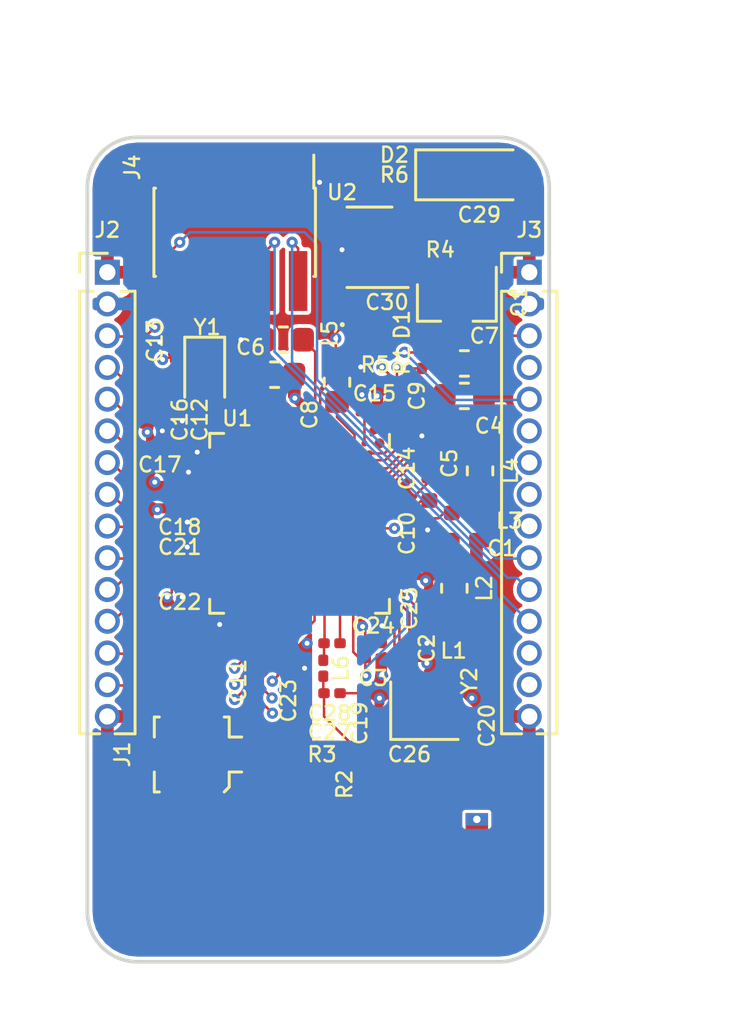
<source format=kicad_pcb>
(kicad_pcb (version 20171130) (host pcbnew 5.1.4-e60b266~84~ubuntu18.04.1)
  (title_block (date 2019-11-17))
  (layers (0 F.Cu signal) (1 In1.Cu signal) (2 In2.Cu power) (31 B.Cu signal) (34 B.Paste user) (35 F.Paste user) (36 B.SilkS user) (37 F.SilkS user) (38 B.Mask user) (39 F.Mask user) (44 Edge.Cuts user))
  (net 0 "")
  (net 1 GND)
  (net 2 "Net-(AE1-Pad1)")
  (net 3 VDD_nRF)
  (net 4 "Net-(C2-Pad1)")
  (net 5 "Net-(C5-Pad1)")
  (net 6 "Net-(C7-Pad1)")
  (net 7 "Net-(C9-Pad1)")
  (net 8 "Net-(C10-Pad1)")
  (net 9 "Net-(C11-Pad1)")
  (net 10 "Net-(C12-Pad2)")
  (net 11 "Net-(C13-Pad1)")
  (net 12 "Net-(C14-Pad1)")
  (net 13 "Net-(C19-Pad2)")
  (net 14 "Net-(C20-Pad2)")
  (net 15 "Net-(C26-Pad2)")
  (net 16 "Net-(C28-Pad2)")
  (net 17 "Net-(J1-Pad1)")
  (net 18 "Net-(L1-Pad2)")
  (net 19 "Net-(L2-Pad2)")
  (net 20 "Net-(L3-Pad2)")
  (net 21 "Net-(L4-Pad2)")
  (net 22 "Net-(L5-Pad2)")
  (net 23 VBUS)
  (net 24 P0.26)
  (net 25 P0.24)
  (net 26 P1.08)
  (net 27 P1.06)
  (net 28 P1.04)
  (net 29 P0.21)
  (net 30 P0.19)
  (net 31 P0.16)
  (net 32 P0.13)
  (net 33 P1.13)
  (net 34 P0.09)
  (net 35 P1.02)
  (net 36 P0.03)
  (net 37 P0.02)
  (net 38 D-)
  (net 39 D+)
  (net 40 nRESET)
  (net 41 P0.28)
  (net 42 P1.10)
  (net 43 SWDCLK)
  (net 44 SWDIO)
  (net 45 P0.29)
  (net 46 "Net-(C29-Pad1)")
  (net 47 VBAT)
  (net 48 "Net-(D1-Pad2)")
  (net 49 "Net-(R6-Pad2)")
  (net 50 VDD_HV)
  (module custom_footprints:Nordic_AQFN-94-1EP_7x7mm_P0.4mm (layer F.Cu) (at 228.5 142.65 270)
    (fp_text reference U1 (at -4.4 2.5) (layer F.SilkS) (effects (font (size 0.6 0.6) (thickness 0.1))))
    (fp_text value nrf5340)
    (pad U31 smd circle (at 3 0.2 90) (size 0.25 0.25) (layers F.Cu F.Paste F.Mask) (net 45 P0.29))
    (pad L31 smd circle (at 3 -1 90) (size 0.25 0.25) (layers F.Cu F.Paste F.Mask) (net 16 "Net-(C28-Pad2)"))
    (pad AA31 smd circle (at 3 1 90) (size 0.25 0.25) (layers F.Cu F.Paste F.Mask) (net 44 SWDIO))
    (pad W31 smd circle (at 3 0.6 90) (size 0.25 0.25) (layers F.Cu F.Paste F.Mask) (net 43 SWDCLK))
    (pad J31 smd circle (at 3 -1.4 90) (size 0.25 0.25) (layers F.Cu F.Paste F.Mask) (net 1 GND))
    (pad N31 smd circle (at 3 -0.6 90) (size 0.25 0.25) (layers F.Cu F.Paste F.Mask) (net 3 VDD_nRF))
    (pad R31 smd circle (at 3 -0.2 90) (size 0.25 0.25) (layers F.Cu F.Paste F.Mask) (net 42 P1.10))
    (pad AJ31 smd circle (at 3 2.6 90) (size 0.25 0.25) (layers F.Cu F.Paste F.Mask) (net 3 VDD_nRF))
    (pad E31 smd circle (at 3 -2.2 90) (size 0.25 0.25) (layers F.Cu F.Paste F.Mask) (net 3 VDD_nRF))
    (pad C31 smd circle (at 3 -2.6 90) (size 0.25 0.25) (layers F.Cu F.Paste F.Mask) (net 13 "Net-(C19-Pad2)"))
    (pad AG31 smd circle (at 3 2.2 90) (size 0.25 0.25) (layers F.Cu F.Paste F.Mask) (net 9 "Net-(C11-Pad1)"))
    (pad AE31 smd circle (at 3 1.8 90) (size 0.25 0.25) (layers F.Cu F.Paste F.Mask) (net 41 P0.28))
    (pad AC31 smd circle (at 3 1.4 90) (size 0.25 0.25) (layers F.Cu F.Paste F.Mask) (net 40 nRESET))
    (pad G31 smd circle (at 3 -1.8 90) (size 0.25 0.25) (layers F.Cu F.Paste F.Mask) (net 4 "Net-(C2-Pad1)"))
    (pad "" smd circle (at 3 3.2 90) (size 0.4 0.4) (layers F.Cu F.Paste F.Mask))
    (pad C1 smd circle (at -3.4 -2.6 90) (size 0.25 0.25) (layers F.Cu F.Paste F.Mask) (net 3 VDD_nRF))
    (pad D2 smd circle (at -3 -2.4 90) (size 0.25 0.25) (layers F.Cu F.Paste F.Mask))
    (pad A5 smd circle (at -2.4 -3.2 90) (size 0.25 0.25) (layers F.Cu F.Paste F.Mask) (net 6 "Net-(C7-Pad1)"))
    (pad "" smd circle (at -3.4 -3.2 90) (size 0.4 0.4) (layers F.Cu F.Paste F.Mask))
    (pad AL3 smd circle (at -2.8 3.2 90) (size 0.25 0.25) (layers F.Cu F.Paste F.Mask) (net 3 VDD_nRF))
    (pad "" smd circle (at -3.4 3.2 90) (size 0.4 0.4) (layers F.Cu F.Paste F.Mask))
    (pad B2 smd circle (at -3 -2.8 90) (size 0.25 0.25) (layers F.Cu F.Paste F.Mask) (net 39 D+))
    (pad "" smd circle (at 3 -3.2 90) (size 0.4 0.4) (layers F.Cu F.Paste F.Mask))
    (pad EP smd rect (at 0 0 90) (size 5.4 5) (layers F.Cu F.Mask) (net 1 GND))
    (pad F2 smd circle (at -3 -2 90) (size 0.25 0.25) (layers F.Cu F.Paste F.Mask))
    (pad H2 smd circle (at -3 -1.6 90) (size 0.25 0.25) (layers F.Cu F.Paste F.Mask) (net 1 GND))
    (pad K2 smd circle (at -3 -1.2 90) (size 0.25 0.25) (layers F.Cu F.Paste F.Mask))
    (pad M2 smd circle (at -3 -0.8 90) (size 0.25 0.25) (layers F.Cu F.Paste F.Mask))
    (pad P2 smd circle (at -3 -0.4 90) (size 0.25 0.25) (layers F.Cu F.Paste F.Mask))
    (pad T2 smd circle (at -3 0 90) (size 0.25 0.25) (layers F.Cu F.Paste F.Mask))
    (pad V2 smd circle (at -3 0.4 90) (size 0.25 0.25) (layers F.Cu F.Paste F.Mask))
    (pad Y2 smd circle (at -3 0.8 90) (size 0.25 0.25) (layers F.Cu F.Paste F.Mask))
    (pad AB2 smd circle (at -3 1.2 90) (size 0.25 0.25) (layers F.Cu F.Paste F.Mask))
    (pad AD2 smd circle (at -3 1.6 90) (size 0.25 0.25) (layers F.Cu F.Paste F.Mask))
    (pad AF2 smd circle (at -3 2 90) (size 0.25 0.25) (layers F.Cu F.Paste F.Mask))
    (pad AH2 smd circle (at -3 2.4 90) (size 0.25 0.25) (layers F.Cu F.Paste F.Mask))
    (pad AK2 smd circle (at -3 2.8 90) (size 0.25 0.25) (layers F.Cu F.Paste F.Mask))
    (pad B4 smd circle (at -2.6 -2.8 90) (size 0.25 0.25) (layers F.Cu F.Paste F.Mask) (net 38 D-))
    (pad B6 smd circle (at -2.2 -2.8 90) (size 0.25 0.25) (layers F.Cu F.Paste F.Mask) (net 7 "Net-(C9-Pad1)"))
    (pad B8 smd circle (at -1.8 -2.8 90) (size 0.25 0.25) (layers F.Cu F.Paste F.Mask) (net 3 VDD_nRF))
    (pad B10 smd circle (at -1.4 -2.8 90) (size 0.25 0.25) (layers F.Cu F.Paste F.Mask) (net 21 "Net-(L4-Pad2)"))
    (pad B12 smd circle (at -1 -2.8 90) (size 0.25 0.25) (layers F.Cu F.Paste F.Mask) (net 1 GND))
    (pad B14 smd circle (at -0.6 -2.8 90) (size 0.25 0.25) (layers F.Cu F.Paste F.Mask))
    (pad B16 smd circle (at -0.2 -2.8 90) (size 0.25 0.25) (layers F.Cu F.Paste F.Mask))
    (pad B18 smd circle (at 0.2 -2.8 90) (size 0.25 0.25) (layers F.Cu F.Paste F.Mask))
    (pad B20 smd circle (at 0.6 -2.8 90) (size 0.25 0.25) (layers F.Cu F.Paste F.Mask))
    (pad B22 smd circle (at 1 -2.8 90) (size 0.25 0.25) (layers F.Cu F.Paste F.Mask))
    (pad B24 smd circle (at 1.4 -2.8 90) (size 0.25 0.25) (layers F.Cu F.Paste F.Mask))
    (pad B26 smd circle (at 1.8 -2.8 90) (size 0.25 0.25) (layers F.Cu F.Paste F.Mask) (net 1 GND))
    (pad B28 smd circle (at 2.2 -2.8 90) (size 0.25 0.25) (layers F.Cu F.Paste F.Mask) (net 3 VDD_nRF))
    (pad B30 smd circle (at 2.6 -2.8 90) (size 0.25 0.25) (layers F.Cu F.Paste F.Mask) (net 14 "Net-(C20-Pad2)"))
    (pad E1 smd circle (at -3.4 -2.2 90) (size 0.25 0.25) (layers F.Cu F.Paste F.Mask) (net 50 VDD_HV))
    (pad G1 smd circle (at -3.4 -1.8 90) (size 0.25 0.25) (layers F.Cu F.Paste F.Mask) (net 1 GND))
    (pad J1 smd circle (at -3.4 -1.4 90) (size 0.25 0.25) (layers F.Cu F.Paste F.Mask) (net 22 "Net-(L5-Pad2)"))
    (pad L1 smd circle (at -3.4 -1 90) (size 0.25 0.25) (layers F.Cu F.Paste F.Mask) (net 3 VDD_nRF))
    (pad N1 smd circle (at -3.4 -0.6 90) (size 0.25 0.25) (layers F.Cu F.Paste F.Mask) (net 11 "Net-(C13-Pad1)"))
    (pad R1 smd circle (at -3.4 -0.2 90) (size 0.25 0.25) (layers F.Cu F.Paste F.Mask) (net 10 "Net-(C12-Pad2)"))
    (pad U1 smd circle (at -3.4 0.2 90) (size 0.25 0.25) (layers F.Cu F.Paste F.Mask) (net 3 VDD_nRF))
    (pad W1 smd circle (at -3.4 0.6 90) (size 0.25 0.25) (layers F.Cu F.Paste F.Mask) (net 37 P0.02))
    (pad AA1 smd circle (at -3.4 1 90) (size 0.25 0.25) (layers F.Cu F.Paste F.Mask) (net 36 P0.03))
    (pad AC1 smd circle (at -3.4 1.4 90) (size 0.25 0.25) (layers F.Cu F.Paste F.Mask) (net 3 VDD_nRF))
    (pad AE1 smd circle (at -3.4 1.8 90) (size 0.25 0.25) (layers F.Cu F.Paste F.Mask) (net 35 P1.02))
    (pad AG1 smd circle (at -3.4 2.2 90) (size 0.25 0.25) (layers F.Cu F.Paste F.Mask) (net 3 VDD_nRF))
    (pad AJ1 smd circle (at -3.4 2.6 90) (size 0.25 0.25) (layers F.Cu F.Paste F.Mask) (net 34 P0.09))
    (pad A13 smd circle (at -0.8 -3.2 90) (size 0.25 0.25) (layers F.Cu F.Paste F.Mask) (net 12 "Net-(C14-Pad1)"))
    (pad A15 smd circle (at -0.4 -3.2 90) (size 0.25 0.25) (layers F.Cu F.Paste F.Mask) (net 5 "Net-(C5-Pad1)"))
    (pad A17 smd circle (at 0 -3.2 90) (size 0.25 0.25) (layers F.Cu F.Paste F.Mask) (net 33 P1.13))
    (pad A19 smd circle (at 0.4 -3.2 90) (size 0.25 0.25) (layers F.Cu F.Paste F.Mask) (net 3 VDD_nRF))
    (pad A21 smd circle (at 0.8 -3.2 90) (size 0.25 0.25) (layers F.Cu F.Paste F.Mask) (net 19 "Net-(L2-Pad2)"))
    (pad A23 smd circle (at 1.2 -3.2 90) (size 0.25 0.25) (layers F.Cu F.Paste F.Mask) (net 8 "Net-(C10-Pad1)"))
    (pad A25 smd circle (at 1.6 -3.2 90) (size 0.25 0.25) (layers F.Cu F.Paste F.Mask) (net 1 GND))
    (pad A27 smd circle (at 2 -3.2 90) (size 0.25 0.25) (layers F.Cu F.Paste F.Mask) (net 4 "Net-(C2-Pad1)"))
    (pad AK4 smd circle (at -2.6 2.8 90) (size 0.25 0.25) (layers F.Cu F.Paste F.Mask))
    (pad AK6 smd circle (at -2.2 2.8 90) (size 0.25 0.25) (layers F.Cu F.Paste F.Mask))
    (pad AK8 smd circle (at -1.8 2.8 90) (size 0.25 0.25) (layers F.Cu F.Paste F.Mask))
    (pad AK10 smd circle (at -1.4 2.8 90) (size 0.25 0.25) (layers F.Cu F.Paste F.Mask))
    (pad AK12 smd circle (at -1 2.8 90) (size 0.25 0.25) (layers F.Cu F.Paste F.Mask))
    (pad AK14 smd circle (at -0.6 2.8 90) (size 0.25 0.25) (layers F.Cu F.Paste F.Mask))
    (pad AK16 smd circle (at -0.2 2.8 90) (size 0.25 0.25) (layers F.Cu F.Paste F.Mask))
    (pad AK18 smd circle (at 0.2 2.8 90) (size 0.25 0.25) (layers F.Cu F.Paste F.Mask))
    (pad AK20 smd circle (at 0.6 2.8 90) (size 0.25 0.25) (layers F.Cu F.Paste F.Mask))
    (pad AK22 smd circle (at 1 2.8 90) (size 0.25 0.25) (layers F.Cu F.Paste F.Mask))
    (pad AK24 smd circle (at 1.4 2.8 90) (size 0.25 0.25) (layers F.Cu F.Paste F.Mask))
    (pad AK26 smd circle (at 1.8 2.8 90) (size 0.25 0.25) (layers F.Cu F.Paste F.Mask))
    (pad AK28 smd circle (at 2.2 2.8 90) (size 0.25 0.25) (layers F.Cu F.Paste F.Mask))
    (pad AK30 smd circle (at 2.6 2.8 90) (size 0.25 0.25) (layers F.Cu F.Paste F.Mask))
    (pad AL5 smd circle (at -2.4 3.2 90) (size 0.25 0.25) (layers F.Cu F.Paste F.Mask) (net 32 P0.13))
    (pad AL7 smd circle (at -2 3.2 90) (size 0.25 0.25) (layers F.Cu F.Paste F.Mask) (net 3 VDD_nRF))
    (pad AL9 smd circle (at -1.6 3.2 90) (size 0.25 0.25) (layers F.Cu F.Paste F.Mask) (net 31 P0.16))
    (pad AL11 smd circle (at -1.2 3.2 90) (size 0.25 0.25) (layers F.Cu F.Paste F.Mask) (net 3 VDD_nRF))
    (pad AL13 smd circle (at -0.8 3.2 90) (size 0.25 0.25) (layers F.Cu F.Paste F.Mask) (net 30 P0.19))
    (pad AL15 smd circle (at -0.4 3.2 90) (size 0.25 0.25) (layers F.Cu F.Paste F.Mask) (net 29 P0.21))
    (pad AL17 smd circle (at 0 3.2 90) (size 0.25 0.25) (layers F.Cu F.Paste F.Mask) (net 3 VDD_nRF))
    (pad AL19 smd circle (at 0.4 3.2 90) (size 0.25 0.25) (layers F.Cu F.Paste F.Mask) (net 28 P1.04))
    (pad AL21 smd circle (at 0.8 3.2 90) (size 0.25 0.25) (layers F.Cu F.Paste F.Mask) (net 27 P1.06))
    (pad AL23 smd circle (at 1.2 3.2 90) (size 0.25 0.25) (layers F.Cu F.Paste F.Mask) (net 26 P1.08))
    (pad AL25 smd circle (at 1.6 3.2 90) (size 0.25 0.25) (layers F.Cu F.Paste F.Mask) (net 3 VDD_nRF))
    (pad AL27 smd circle (at 2 3.2 90) (size 0.25 0.25) (layers F.Cu F.Paste F.Mask) (net 25 P0.24))
    (pad AL29 smd circle (at 2.4 3.2 90) (size 0.25 0.25) (layers F.Cu F.Paste F.Mask) (net 24 P0.26))
  )
  (module RF_Antenna:Texas_SWRA117D_2.4GHz_Right (layer F.Cu) (at 233.5 154.3 180)
    (fp_text reference AE1 hide)
    (fp_text value TI_SWRA117D)
    (fp_poly (pts (xy 2.45 -2.51) (xy 4.45 -2.51) (xy 4.45 -5.15) (xy 7.15 -5.15) (xy 7.15 -2.51) (xy 9.15 -2.51) (xy 9.15 -5.15) (xy 11.85 -5.15) (xy 11.85 -0.71) (xy 11.35 -0.71) (xy 11.35 -4.65) (xy 9.65 -4.65) (xy 9.65 -2.01) (xy 6.65 -2.01) (xy 6.65 -4.65) (xy 4.95 -4.65) (xy 4.95 -2.01) (xy 1.95 -2.01) (xy 1.95 -4.65) (xy 0.25 -4.65) (xy 0.25 0.25) (xy -0.25 0.25) (xy -0.25 -4.65) (xy -1.65 -4.65) (xy -1.65 0.25) (xy -2.55 0.25) (xy -2.55 0.006785) (xy -2.247583 0.006785) (xy -2.237742 0.054395) (xy -2.213674 0.096797) (xy -2.175731 0.129581) (xy -2.167819 0.133935) (xy -2.125156 0.146043) (xy -2.076637 0.1453) (xy -2.031122 0.1324) (xy -2.012511 0.121787) (xy -1.978868 0.086553) (xy -1.958309 0.041368) (xy -1.951778 -0.008158) (xy -1.960218 -0.056417) (xy -1.977112 -0.088643) (xy -2.012372 -0.121313) (xy -2.057682 -0.141408) (xy -2.107267 -0.147982) (xy -2.155353 -0.140092) (xy -2.188245 -0.123186) (xy -2.223185 -0.086416) (xy -2.242847 -0.041622) (xy -2.247583 0.006785) (xy -2.55 0.006785) (xy -2.55 -5.15) (xy 2.45 -5.15) (xy 2.45 -2.51)) (layer F.Cu) (width 0))
    (pad 2 thru_hole rect (at -2.1 0 180) (size 0.9 0.5) (drill 0.3) (layers *.Cu) (net 1 GND))
    (pad 1 connect rect (at 0 0 180) (size 0.5 0.5) (layers F.Cu) (net 2 "Net-(AE1-Pad1)"))
  )
  (module Capacitor_SMD:C_0402_1005Metric (layer F.Cu) (at 235.1 143.15 180)
    (fp_text reference C1 (at -1.5 -0.3) (layer F.SilkS) (effects (font (size 0.6 0.6) (thickness 0.1))))
    (fp_text value 1uF)
    (pad 1 smd roundrect (at -0.485 0 180) (size 0.59 0.64) (layers F.Cu F.Paste F.Mask) (net 1 GND))
    (pad 2 smd roundrect (at 0.485 0 180) (size 0.59 0.64) (layers F.Cu F.Paste F.Mask) (net 3 VDD_nRF))
  )
  (module Capacitor_SMD:C_0402_1005Metric (layer F.Cu) (at 233.6 145.95 90)
    (fp_text reference C2 (at -1.5 0 90) (layer F.SilkS) (effects (font (size 0.6 0.6) (thickness 0.1))))
    (fp_text value 1uF)
    (pad 2 smd roundrect (at 0.485 0 90) (size 0.59 0.64) (layers F.Cu F.Paste F.Mask) (net 1 GND))
    (pad 1 smd roundrect (at -0.485 0 90) (size 0.59 0.64) (layers F.Cu F.Paste F.Mask) (net 4 "Net-(C2-Pad1)"))
  )
  (module Capacitor_SMD:C_0201_0603Metric (layer F.Cu) (at 231.45 147.85)
    (fp_text reference C3 (at 0 0.8) (layer F.SilkS) (effects (font (size 0.6 0.6) (thickness 0.1))))
    (fp_text value 100pF)
    (pad 1 smd roundrect (at -0.32 0) (size 0.46 0.4) (layers F.Cu F.Mask) (net 4 "Net-(C2-Pad1)"))
    (pad 2 smd roundrect (at 0.32 0) (size 0.46 0.4) (layers F.Cu F.Mask) (net 1 GND))
  )
  (module Capacitor_SMD:C_0402_1005Metric (layer F.Cu) (at 234.6 138.45 180)
    (fp_text reference C4 (at -1.5 -0.1 180) (layer F.SilkS) (effects (font (size 0.6 0.6) (thickness 0.1))))
    (fp_text value 1uF)
    (pad 1 smd roundrect (at -0.485 0 180) (size 0.59 0.64) (layers F.Cu F.Paste F.Mask) (net 1 GND))
    (pad 2 smd roundrect (at 0.485 0 180) (size 0.59 0.64) (layers F.Cu F.Paste F.Mask) (net 3 VDD_nRF))
  )
  (module Capacitor_SMD:C_0402_1005Metric (layer F.Cu) (at 234.6 141.55 90)
    (fp_text reference C5 (at 1.5 -0.1 90) (layer F.SilkS) (effects (font (size 0.6 0.6) (thickness 0.1))))
    (fp_text value 1uF)
    (pad 1 smd roundrect (at -0.485 0 90) (size 0.59 0.64) (layers F.Cu F.Paste F.Mask) (net 5 "Net-(C5-Pad1)"))
    (pad 2 smd roundrect (at 0.485 0 90) (size 0.59 0.64) (layers F.Cu F.Paste F.Mask) (net 1 GND))
  )
  (module Capacitor_SMD:C_0603_1608Metric (layer F.Cu) (at 227.5 136.5 180)
    (fp_text reference C6 (at 0.96 1.1) (layer F.SilkS) (effects (font (size 0.6 0.6) (thickness 0.1))))
    (fp_text value 2.2uF)
    (pad 2 smd roundrect (at 0.7875 0 180) (size 0.875 0.95) (layers F.Cu F.Paste F.Mask) (net 3 VDD_nRF))
    (pad 1 smd roundrect (at -0.7875 0 180) (size 0.875 0.95) (layers F.Cu F.Paste F.Mask) (net 1 GND))
  )
  (module Capacitor_SMD:C_0603_1608Metric (layer F.Cu) (at 235.1 136.05)
    (fp_text reference C7 (at 0.8 -1.1) (layer F.SilkS) (effects (font (size 0.6 0.6) (thickness 0.1))))
    (fp_text value 4.7uF)
    (pad 2 smd roundrect (at 0.7875 0) (size 0.875 0.95) (layers F.Cu F.Paste F.Mask) (net 1 GND))
    (pad 1 smd roundrect (at -0.7875 0) (size 0.875 0.95) (layers F.Cu F.Paste F.Mask) (net 6 "Net-(C7-Pad1)"))
  )
  (module Capacitor_SMD:C_0603_1608Metric (layer F.Cu) (at 230 136.8 90)
    (fp_text reference C8 (at -1.3 -1.1 270) (layer F.SilkS) (effects (font (size 0.6 0.6) (thickness 0.1))))
    (fp_text value 4.7uF)
    (pad 1 smd roundrect (at -0.7875 0 90) (size 0.875 0.95) (layers F.Cu F.Paste F.Mask) (net 50 VDD_HV))
    (pad 2 smd roundrect (at 0.7875 0 90) (size 0.875 0.95) (layers F.Cu F.Paste F.Mask) (net 1 GND))
  )
  (module Capacitor_SMD:C_0603_1608Metric (layer F.Cu) (at 235.1 137.35)
    (fp_text reference C9 (at -1.9 0 270) (layer F.SilkS) (effects (font (size 0.6 0.6) (thickness 0.1))))
    (fp_text value 4.7uF)
    (pad 1 smd roundrect (at -0.7875 0) (size 0.875 0.95) (layers F.Cu F.Paste F.Mask) (net 7 "Net-(C9-Pad1)"))
    (pad 2 smd roundrect (at 0.7875 0) (size 0.875 0.95) (layers F.Cu F.Paste F.Mask) (net 1 GND))
  )
  (module Capacitor_SMD:C_0201_0603Metric (layer F.Cu) (at 232.8 144.35 270)
    (fp_text reference C10 (at -1.5 0 90) (layer F.SilkS) (effects (font (size 0.6 0.6) (thickness 0.1))))
    (fp_text value 100nF)
    (pad 1 smd roundrect (at -0.32 0 270) (size 0.46 0.4) (layers F.Cu F.Mask) (net 8 "Net-(C10-Pad1)"))
    (pad 2 smd roundrect (at 0.32 0 270) (size 0.46 0.4) (layers F.Cu F.Mask) (net 1 GND))
  )
  (module Capacitor_SMD:C_0201_0603Metric (layer F.Cu) (at 226.05 147.15 270)
    (fp_text reference C11 (at 1.6 0 90) (layer F.SilkS) (effects (font (size 0.6 0.6) (thickness 0.1))))
    (fp_text value 820pF)
    (pad 2 smd roundrect (at 0.32 0 270) (size 0.46 0.4) (layers F.Cu F.Mask) (net 1 GND))
    (pad 1 smd roundrect (at -0.32 0 270) (size 0.46 0.4) (layers F.Cu F.Mask) (net 9 "Net-(C11-Pad1)"))
  )
  (module Capacitor_SMD:C_0201_0603Metric (layer F.Cu) (at 223.5 136.8 270)
    (fp_text reference C12 (at 1.5 -1 90) (layer F.SilkS) (effects (font (size 0.6 0.6) (thickness 0.1))))
    (fp_text value 7pF)
    (pad 1 smd roundrect (at -0.32 0 270) (size 0.46 0.4) (layers F.Cu F.Mask) (net 1 GND))
    (pad 2 smd roundrect (at 0.32 0 270) (size 0.46 0.4) (layers F.Cu F.Mask) (net 10 "Net-(C12-Pad2)"))
  )
  (module Capacitor_SMD:C_0201_0603Metric (layer F.Cu) (at 223.5 135.5 270)
    (fp_text reference C13 (at -0.35 0.8 90) (layer F.SilkS) (effects (font (size 0.6 0.6) (thickness 0.1))))
    (fp_text value 7pF)
    (pad 2 smd roundrect (at 0.32 0 270) (size 0.46 0.4) (layers F.Cu F.Mask) (net 1 GND))
    (pad 1 smd roundrect (at -0.32 0 270) (size 0.46 0.4) (layers F.Cu F.Mask) (net 11 "Net-(C13-Pad1)"))
  )
  (module Capacitor_SMD:C_0402_1005Metric (layer F.Cu) (at 233.7 141.05 90)
    (fp_text reference C14 (at 0.8 -0.9 90) (layer F.SilkS) (effects (font (size 0.6 0.6) (thickness 0.1))))
    (fp_text value 1uF)
    (pad 2 smd roundrect (at 0.485 0 90) (size 0.59 0.64) (layers F.Cu F.Paste F.Mask) (net 1 GND))
    (pad 1 smd roundrect (at -0.485 0 90) (size 0.59 0.64) (layers F.Cu F.Paste F.Mask) (net 12 "Net-(C14-Pad1)"))
  )
  (module Capacitor_SMD:C_0201_0603Metric (layer F.Cu) (at 231.3 137.97 180)
    (fp_text reference C15 (at -0.2 0.72) (layer F.SilkS) (effects (font (size 0.6 0.6) (thickness 0.1))))
    (fp_text value 100nF)
    (pad 2 smd roundrect (at 0.32 0 180) (size 0.46 0.4) (layers F.Cu F.Mask) (net 3 VDD_nRF))
    (pad 1 smd roundrect (at -0.32 0 180) (size 0.46 0.4) (layers F.Cu F.Mask) (net 1 GND))
  )
  (module Capacitor_SMD:C_0201_0603Metric (layer F.Cu) (at 222.9 136.8 270)
    (fp_text reference C16 (at 1.5 -0.8 90) (layer F.SilkS) (effects (font (size 0.6 0.6) (thickness 0.1))))
    (fp_text value 100nF)
    (pad 1 smd roundrect (at -0.32 0 270) (size 0.46 0.4) (layers F.Cu F.Mask) (net 1 GND))
    (pad 2 smd roundrect (at 0.32 0 270) (size 0.46 0.4) (layers F.Cu F.Mask) (net 3 VDD_nRF))
  )
  (module Capacitor_SMD:C_0201_0603Metric (layer F.Cu) (at 222.9 139.35)
    (fp_text reference C17 (at 0 0.75) (layer F.SilkS) (effects (font (size 0.6 0.6) (thickness 0.1))))
    (fp_text value 100nF)
    (pad 2 smd roundrect (at 0.32 0) (size 0.46 0.4) (layers F.Cu F.Mask) (net 3 VDD_nRF))
    (pad 1 smd roundrect (at -0.32 0) (size 0.46 0.4) (layers F.Cu F.Mask) (net 1 GND))
  )
  (module Capacitor_SMD:C_0201_0603Metric (layer F.Cu) (at 223.7 140.95)
    (fp_text reference C18 (at 0 1.65) (layer F.SilkS) (effects (font (size 0.6 0.6) (thickness 0.1))))
    (fp_text value N.C.)
    (pad 1 smd roundrect (at -0.32 0) (size 0.46 0.4) (layers F.Cu F.Mask) (net 1 GND))
    (pad 2 smd roundrect (at 0.32 0) (size 0.46 0.4) (layers F.Cu F.Mask) (net 3 VDD_nRF))
  )
  (module Capacitor_SMD:C_0201_0603Metric (layer F.Cu) (at 231.7 150.55 270)
    (fp_text reference C19 (at -0.1 0.8 90) (layer F.SilkS) (effects (font (size 0.6 0.6) (thickness 0.1))))
    (fp_text value 8pF)
    (pad 1 smd roundrect (at -0.32 0 270) (size 0.46 0.4) (layers F.Cu F.Mask) (net 1 GND))
    (pad 2 smd roundrect (at 0.32 0 270) (size 0.46 0.4) (layers F.Cu F.Mask) (net 13 "Net-(C19-Pad2)"))
  )
  (module Capacitor_SMD:C_0201_0603Metric (layer F.Cu) (at 235.3 150.55 90)
    (fp_text reference C20 (at 0 0.7 90) (layer F.SilkS) (effects (font (size 0.6 0.6) (thickness 0.1))))
    (fp_text value 8pF)
    (pad 2 smd roundrect (at 0.32 0 90) (size 0.46 0.4) (layers F.Cu F.Mask) (net 14 "Net-(C20-Pad2)"))
    (pad 1 smd roundrect (at -0.32 0 90) (size 0.46 0.4) (layers F.Cu F.Mask) (net 1 GND))
  )
  (module Capacitor_SMD:C_0201_0603Metric (layer F.Cu) (at 223.7 141.85)
    (fp_text reference C21 (at 0 1.55) (layer F.SilkS) (effects (font (size 0.6 0.6) (thickness 0.1))))
    (fp_text value 100nF)
    (pad 2 smd roundrect (at 0.32 0) (size 0.46 0.4) (layers F.Cu F.Mask) (net 3 VDD_nRF))
    (pad 1 smd roundrect (at -0.32 0) (size 0.46 0.4) (layers F.Cu F.Mask) (net 1 GND))
  )
  (module Capacitor_SMD:C_0201_0603Metric (layer F.Cu) (at 223.7 144.75)
    (fp_text reference C22 (at 0 0.85) (layer F.SilkS) (effects (font (size 0.6 0.6) (thickness 0.1))))
    (fp_text value 100nF)
    (pad 1 smd roundrect (at -0.32 0) (size 0.46 0.4) (layers F.Cu F.Mask) (net 1 GND))
    (pad 2 smd roundrect (at 0.32 0) (size 0.46 0.4) (layers F.Cu F.Mask) (net 3 VDD_nRF))
  )
  (module Capacitor_SMD:C_0201_0603Metric (layer F.Cu) (at 228.05 147.95 90)
    (fp_text reference C23 (at -1.6 0 90) (layer F.SilkS) (effects (font (size 0.6 0.6) (thickness 0.1))))
    (fp_text value 100nF)
    (pad 2 smd roundrect (at 0.32 0 90) (size 0.46 0.4) (layers F.Cu F.Mask) (net 3 VDD_nRF))
    (pad 1 smd roundrect (at -0.32 0 90) (size 0.46 0.4) (layers F.Cu F.Mask) (net 1 GND))
  )
  (module Capacitor_SMD:C_0201_0603Metric (layer F.Cu) (at 231.45 147.25)
    (fp_text reference C24 (at 0 -0.7) (layer F.SilkS) (effects (font (size 0.6 0.6) (thickness 0.1))))
    (fp_text value 100nF)
    (pad 1 smd roundrect (at -0.32 0) (size 0.46 0.4) (layers F.Cu F.Mask) (net 1 GND))
    (pad 2 smd roundrect (at 0.32 0) (size 0.46 0.4) (layers F.Cu F.Mask) (net 3 VDD_nRF))
  )
  (module Capacitor_SMD:C_0201_0603Metric (layer F.Cu) (at 232.9 147.45 90)
    (fp_text reference C25 (at 1.6 0 90) (layer F.SilkS) (effects (font (size 0.6 0.6) (thickness 0.1))))
    (fp_text value 100nF)
    (pad 2 smd roundrect (at 0.32 0 90) (size 0.46 0.4) (layers F.Cu F.Mask) (net 3 VDD_nRF))
    (pad 1 smd roundrect (at -0.32 0 90) (size 0.46 0.4) (layers F.Cu F.Mask) (net 1 GND))
  )
  (module Capacitor_SMD:C_0201_0603Metric (layer F.Cu) (at 231.32 151.7 180)
    (fp_text reference C26 (at -1.58 0) (layer F.SilkS) (effects (font (size 0.6 0.6) (thickness 0.1))))
    (fp_text value 1.2pF)
    (pad 1 smd roundrect (at -0.32 0 180) (size 0.46 0.4) (layers F.Cu F.Mask) (net 1 GND))
    (pad 2 smd roundrect (at 0.32 0 180) (size 0.46 0.4) (layers F.Cu F.Mask) (net 15 "Net-(C26-Pad2)"))
  )
  (module Capacitor_SMD:C_0201_0603Metric (layer F.Cu) (at 229.8 149.25 180)
    (fp_text reference C27 (at 0.1 -1.55 180) (layer F.SilkS) (effects (font (size 0.6 0.6) (thickness 0.1))))
    (fp_text value N.C)
    (pad 2 smd roundrect (at 0.32 0 180) (size 0.46 0.4) (layers F.Cu F.Mask) (net 15 "Net-(C26-Pad2)"))
    (pad 1 smd roundrect (at -0.32 0 180) (size 0.46 0.4) (layers F.Cu F.Mask) (net 1 GND))
  )
  (module Capacitor_SMD:C_0201_0603Metric (layer F.Cu) (at 229.8 147.25 180)
    (fp_text reference C28 (at 0.1 -2.8 180) (layer F.SilkS) (effects (font (size 0.6 0.6) (thickness 0.1))))
    (fp_text value 0.7pF)
    (pad 1 smd roundrect (at -0.32 0 180) (size 0.46 0.4) (layers F.Cu F.Mask) (net 1 GND))
    (pad 2 smd roundrect (at 0.32 0 180) (size 0.46 0.4) (layers F.Cu F.Mask) (net 16 "Net-(C28-Pad2)"))
  )
  (module custom_footprints:CON_AMP_A-1JB (layer F.Cu) (at 224.2 151.7019 90)
    (fp_text reference J1 (at 0 -2.8 90) (layer F.SilkS) (effects (font (size 0.6 0.6) (thickness 0.1))))
    (fp_text value U.FL_A-1JB hide)
    (pad 2 smd rect (at 0 -1.55 90) (size 1 1.05) (layers F.Cu F.Paste F.Mask) (net 1 GND))
    (pad 2 smd rect (at 1.5025 0 90) (size 1.05 2.2) (layers F.Cu F.Paste F.Mask) (net 1 GND))
    (pad 2 smd rect (at -1.5025 0 90) (size 1.05 2.2) (layers F.Cu F.Paste F.Mask) (net 1 GND))
    (pad 1 smd rect (at 0 1.55 90) (size 1 1) (layers F.Cu F.Paste F.Mask) (net 17 "Net-(J1-Pad1)") (clearance 0.12))
  )
  (module Inductor_SMD:L_0201_0603Metric (layer F.Cu) (at 234.67 146.75)
    (fp_text reference L1 (at 0 0.8) (layer F.SilkS) (effects (font (size 0.6 0.6) (thickness 0.1))))
    (fp_text value 15nH)
    (pad 1 smd roundrect (at -0.32 0) (size 0.46 0.4) (layers F.Cu F.Mask) (net 4 "Net-(C2-Pad1)"))
    (pad 2 smd roundrect (at 0.32 0) (size 0.46 0.4) (layers F.Cu F.Mask) (net 18 "Net-(L1-Pad2)"))
  )
  (module Inductor_SMD:L_0603_1608Metric (layer F.Cu) (at 234.7 145.05 90)
    (fp_text reference L2 (at 0 1.2 90) (layer F.SilkS) (effects (font (size 0.6 0.6) (thickness 0.1))))
    (fp_text value 10uH)
    (pad 1 smd roundrect (at -0.7875 0 90) (size 0.875 0.95) (layers F.Cu F.Paste F.Mask) (net 18 "Net-(L1-Pad2)"))
    (pad 2 smd roundrect (at 0.7875 0 90) (size 0.875 0.95) (layers F.Cu F.Paste F.Mask) (net 19 "Net-(L2-Pad2)"))
  )
  (module Inductor_SMD:L_0201_0603Metric (layer F.Cu) (at 235.7 142.13)
    (fp_text reference L3 (at 1.2 0.22) (layer F.SilkS) (effects (font (size 0.6 0.6) (thickness 0.1))))
    (fp_text value 15nH)
    (pad 1 smd roundrect (at -0.32 0) (size 0.46 0.4) (layers F.Cu F.Mask) (net 5 "Net-(C5-Pad1)"))
    (pad 2 smd roundrect (at 0.32 0) (size 0.46 0.4) (layers F.Cu F.Mask) (net 20 "Net-(L3-Pad2)"))
  )
  (module Inductor_SMD:L_0603_1608Metric (layer F.Cu) (at 235.73 140.35 90)
    (fp_text reference L4 (at 0 1.2 90) (layer F.SilkS) (effects (font (size 0.6 0.6) (thickness 0.1))))
    (fp_text value 10uH)
    (pad 1 smd roundrect (at -0.7875 0 90) (size 0.875 0.95) (layers F.Cu F.Paste F.Mask) (net 20 "Net-(L3-Pad2)"))
    (pad 2 smd roundrect (at 0.7875 0 90) (size 0.875 0.95) (layers F.Cu F.Paste F.Mask) (net 21 "Net-(L4-Pad2)"))
  )
  (module Inductor_SMD:L_0603_1608Metric (layer F.Cu) (at 227.85 135.1)
    (fp_text reference L5 (at 1.85 -0.25 90) (layer F.SilkS) (effects (font (size 0.6 0.6) (thickness 0.1))))
    (fp_text value 10uH)
    (pad 2 smd roundrect (at 0.7875 0) (size 0.875 0.95) (layers F.Cu F.Paste F.Mask) (net 22 "Net-(L5-Pad2)"))
    (pad 1 smd roundrect (at -0.7875 0) (size 0.875 0.95) (layers F.Cu F.Paste F.Mask) (net 3 VDD_nRF))
  )
  (module Inductor_SMD:L_0201_0603Metric (layer F.Cu) (at 229.45 148.25 90)
    (fp_text reference L6 (at 0 0.7 90) (layer F.SilkS) (effects (font (size 0.6 0.6) (thickness 0.1))))
    (fp_text value 2.2nH)
    (pad 2 smd roundrect (at 0.32 0 90) (size 0.46 0.4) (layers F.Cu F.Mask) (net 16 "Net-(C28-Pad2)"))
    (pad 1 smd roundrect (at -0.32 0 90) (size 0.46 0.4) (layers F.Cu F.Mask) (net 15 "Net-(C26-Pad2)"))
  )
  (module Resistor_SMD:R_0201_0603Metric (layer F.Cu) (at 233.4 135.93 90)
    (fp_text reference R1 (at 0 -0.8 90) (layer F.SilkS) (effects (font (size 0.6 0.6) (thickness 0.1))))
    (fp_text value 4.7R)
    (pad 1 smd roundrect (at -0.32 0 90) (size 0.46 0.4) (layers F.Cu F.Mask) (net 6 "Net-(C7-Pad1)"))
    (pad 2 smd roundrect (at 0.32 0 90) (size 0.46 0.4) (layers F.Cu F.Mask) (net 23 VBUS))
  )
  (module Resistor_SMD:R_0201_0603Metric (layer F.Cu) (at 231 152.9 90)
    (fp_text reference R2 (at 0 -0.7 90) (layer F.SilkS) (effects (font (size 0.6 0.6) (thickness 0.1))))
    (fp_text value 0R)
    (pad 2 smd roundrect (at 0.32 0 90) (size 0.46 0.4) (layers F.Cu F.Mask) (net 15 "Net-(C26-Pad2)"))
    (pad 1 smd roundrect (at -0.32 0 90) (size 0.46 0.4) (layers F.Cu F.Mask) (net 2 "Net-(AE1-Pad1)"))
  )
  (module Resistor_SMD:R_0201_0603Metric (layer F.Cu) (at 230.68 151.7)
    (fp_text reference R3 (at -1.28 0) (layer F.SilkS) (effects (font (size 0.6 0.6) (thickness 0.1))))
    (fp_text value 0R)
    (pad 1 smd roundrect (at -0.32 0) (size 0.46 0.4) (layers F.Cu F.Mask) (net 17 "Net-(J1-Pad1)"))
    (pad 2 smd roundrect (at 0.32 0) (size 0.46 0.4) (layers F.Cu F.Mask) (net 15 "Net-(C26-Pad2)"))
  )
  (module custom_footprints:Crystal_SMD_2012-2Pin_2.0x1.2mm (layer F.Cu) (at 224.7 136.2 270)
    (fp_text reference Y1 (at -1.6 -0.1) (layer F.SilkS) (effects (font (size 0.6 0.6) (thickness 0.1))))
    (fp_text value 32.768kHz hide)
    (pad 2 smd rect (at 0.7 0 270) (size 0.6 1.1) (layers F.Cu F.Paste F.Mask) (net 10 "Net-(C12-Pad2)"))
    (pad 1 smd rect (at -0.7 0 270) (size 0.6 1.1) (layers F.Cu F.Paste F.Mask) (net 11 "Net-(C13-Pad1)"))
  )
  (module custom_footprints:Crystal_SMD_2016-4Pin_2.0x1.6mm (layer F.Cu) (at 233.5 149.95)
    (fp_text reference Y2 (at 1.8 -1.2 270) (layer F.SilkS) (effects (font (size 0.6 0.6) (thickness 0.1))))
    (fp_text value 32MHz hide)
    (pad 4 smd rect (at -0.7 -0.55) (size 0.9 0.8) (layers F.Cu F.Paste F.Mask) (net 1 GND))
    (pad 3 smd rect (at 0.7 -0.55) (size 0.9 0.8) (layers F.Cu F.Paste F.Mask) (net 14 "Net-(C20-Pad2)"))
    (pad 2 smd rect (at 0.7 0.55) (size 0.9 0.8) (layers F.Cu F.Paste F.Mask) (net 1 GND))
    (pad 1 smd rect (at -0.7 0.55) (size 0.9 0.8) (layers F.Cu F.Paste F.Mask) (net 13 "Net-(C19-Pad2)"))
  )
  (module Connector_PinHeader_1.27mm:PinHeader_2x05_P1.27mm_Vertical_SMD (layer F.Cu) (at 225.9 130.8 270)
    (fp_text reference J4 (at -2.6 4.1 90) (layer F.SilkS) (effects (font (size 0.6 0.6) (thickness 0.1))))
    (fp_text value Conn_ARM_JTAG_SWD_10)
    (pad 1 smd rect (at -1.95 -2.54 270) (size 2.4 0.74) (layers F.Cu F.Paste F.Mask) (net 3 VDD_nRF))
    (pad 2 smd rect (at 1.95 -2.54 270) (size 2.4 0.74) (layers F.Cu F.Paste F.Mask) (net 44 SWDIO))
    (pad 3 smd rect (at -1.95 -1.27 270) (size 2.4 0.74) (layers F.Cu F.Paste F.Mask) (net 1 GND))
    (pad 4 smd rect (at 1.95 -1.27 270) (size 2.4 0.74) (layers F.Cu F.Paste F.Mask) (net 43 SWDCLK))
    (pad 5 smd rect (at -1.95 0 270) (size 2.4 0.74) (layers F.Cu F.Paste F.Mask) (net 1 GND))
    (pad 6 smd rect (at 1.95 0 270) (size 2.4 0.74) (layers F.Cu F.Paste F.Mask))
    (pad 7 smd rect (at -1.95 1.27 270) (size 2.4 0.74) (layers F.Cu F.Paste F.Mask))
    (pad 8 smd rect (at 1.95 1.27 270) (size 2.4 0.74) (layers F.Cu F.Paste F.Mask))
    (pad 9 smd rect (at -1.95 2.54 270) (size 2.4 0.74) (layers F.Cu F.Paste F.Mask) (net 1 GND))
    (pad 10 smd rect (at 1.95 2.54 270) (size 2.4 0.74) (layers F.Cu F.Paste F.Mask) (net 40 nRESET))
  )
  (module Capacitor_SMD:C_0201_0603Metric (layer F.Cu) (at 234.1 130)
    (fp_text reference C29 (at 1.6 0.1) (layer F.SilkS) (effects (font (size 0.6 0.6) (thickness 0.1))))
    (fp_text value 10uF)
    (pad 1 smd roundrect (at -0.32 0) (size 0.46 0.4) (layers F.Cu F.Mask) (net 46 "Net-(C29-Pad1)"))
    (pad 2 smd roundrect (at 0.32 0) (size 0.46 0.4) (layers F.Cu F.Mask) (net 1 GND))
  )
  (module Capacitor_SMD:C_0201_0603Metric (layer F.Cu) (at 230.5 133.6)
    (fp_text reference C30 (at 1.5 0) (layer F.SilkS) (effects (font (size 0.6 0.6) (thickness 0.1))))
    (fp_text value 10uF)
    (pad 2 smd roundrect (at 0.32 0) (size 0.46 0.4) (layers F.Cu F.Mask) (net 1 GND))
    (pad 1 smd roundrect (at -0.32 0) (size 0.46 0.4) (layers F.Cu F.Mask) (net 3 VDD_nRF))
  )
  (module LED_SMD:LED_0402_1005Metric (layer F.Cu) (at 231.300001 134.495001)
    (fp_text reference D1 (at 1.299999 0.004999 90) (layer F.SilkS) (effects (font (size 0.6 0.6) (thickness 0.1))))
    (fp_text value LED)
    (pad 2 smd roundrect (at 0.485 0) (size 0.59 0.64) (layers F.Cu F.Paste F.Mask) (net 48 "Net-(D1-Pad2)"))
    (pad 1 smd roundrect (at -0.485 0) (size 0.59 0.64) (layers F.Cu F.Paste F.Mask) (net 1 GND))
  )
  (module Diode_SMD:D_SOD-123 (layer F.Cu) (at 235.4 128.5)
    (fp_text reference D2 (at -3.1 -0.8) (layer F.SilkS) (effects (font (size 0.6 0.6) (thickness 0.1))))
    (fp_text value MBR120)
    (pad 1 smd rect (at -1.65 0) (size 0.9 1.2) (layers F.Cu F.Paste F.Mask) (net 46 "Net-(C29-Pad1)"))
    (pad 2 smd rect (at 1.65 0) (size 0.9 1.2) (layers F.Cu F.Paste F.Mask) (net 23 VBUS))
  )
  (module Connector_PinHeader_1.27mm:PinHeader_1x15_P1.27mm_Vertical (layer F.Cu) (at 220.8 132.4)
    (fp_text reference J2 (at 0 -1.695) (layer F.SilkS) (effects (font (size 0.6 0.6) (thickness 0.1))))
    (fp_text value Conn_01x15)
    (pad 15 thru_hole oval (at 0 17.78) (size 1 1) (drill 0.65) (layers *.Cu *.Mask) (net 1 GND))
    (pad 14 thru_hole oval (at 0 16.51) (size 1 1) (drill 0.65) (layers *.Cu *.Mask) (net 24 P0.26))
    (pad 13 thru_hole oval (at 0 15.24) (size 1 1) (drill 0.65) (layers *.Cu *.Mask) (net 25 P0.24))
    (pad 12 thru_hole oval (at 0 13.97) (size 1 1) (drill 0.65) (layers *.Cu *.Mask) (net 26 P1.08))
    (pad 11 thru_hole oval (at 0 12.7) (size 1 1) (drill 0.65) (layers *.Cu *.Mask) (net 27 P1.06))
    (pad 10 thru_hole oval (at 0 11.43) (size 1 1) (drill 0.65) (layers *.Cu *.Mask) (net 28 P1.04))
    (pad 9 thru_hole oval (at 0 10.16) (size 1 1) (drill 0.65) (layers *.Cu *.Mask) (net 29 P0.21))
    (pad 8 thru_hole oval (at 0 8.89) (size 1 1) (drill 0.65) (layers *.Cu *.Mask) (net 30 P0.19))
    (pad 7 thru_hole oval (at 0 7.62) (size 1 1) (drill 0.65) (layers *.Cu *.Mask) (net 31 P0.16))
    (pad 6 thru_hole oval (at 0 6.35) (size 1 1) (drill 0.65) (layers *.Cu *.Mask) (net 32 P0.13))
    (pad 5 thru_hole oval (at 0 5.08) (size 1 1) (drill 0.65) (layers *.Cu *.Mask) (net 34 P0.09))
    (pad 4 thru_hole oval (at 0 3.81) (size 1 1) (drill 0.65) (layers *.Cu *.Mask) (net 35 P1.02))
    (pad 3 thru_hole oval (at 0 2.54) (size 1 1) (drill 0.65) (layers *.Cu *.Mask) (net 36 P0.03))
    (pad 2 thru_hole oval (at 0 1.27) (size 1 1) (drill 0.65) (layers *.Cu *.Mask) (net 3 VDD_nRF))
    (pad 1 thru_hole rect (at 0 0) (size 1 1) (drill 0.65) (layers *.Cu *.Mask) (net 1 GND))
  )
  (module Connector_PinHeader_1.27mm:PinHeader_1x15_P1.27mm_Vertical (layer F.Cu) (at 237.7 132.4)
    (fp_text reference J3 (at 0 -1.695) (layer F.SilkS) (effects (font (size 0.6 0.6) (thickness 0.1))))
    (fp_text value Conn_01x15)
    (pad 1 thru_hole rect (at 0 0) (size 1 1) (drill 0.65) (layers *.Cu *.Mask) (net 1 GND))
    (pad 2 thru_hole oval (at 0 1.27) (size 1 1) (drill 0.65) (layers *.Cu *.Mask) (net 3 VDD_nRF))
    (pad 3 thru_hole oval (at 0 2.54) (size 1 1) (drill 0.65) (layers *.Cu *.Mask) (net 47 VBAT))
    (pad 4 thru_hole oval (at 0 3.81) (size 1 1) (drill 0.65) (layers *.Cu *.Mask) (net 37 P0.02))
    (pad 5 thru_hole oval (at 0 5.08) (size 1 1) (drill 0.65) (layers *.Cu *.Mask) (net 23 VBUS))
    (pad 6 thru_hole oval (at 0 6.35) (size 1 1) (drill 0.65) (layers *.Cu *.Mask) (net 38 D-))
    (pad 7 thru_hole oval (at 0 7.62) (size 1 1) (drill 0.65) (layers *.Cu *.Mask) (net 39 D+))
    (pad 8 thru_hole oval (at 0 8.89) (size 1 1) (drill 0.65) (layers *.Cu *.Mask) (net 33 P1.13))
    (pad 9 thru_hole oval (at 0 10.16) (size 1 1) (drill 0.65) (layers *.Cu *.Mask) (net 41 P0.28))
    (pad 10 thru_hole oval (at 0 11.43) (size 1 1) (drill 0.65) (layers *.Cu *.Mask) (net 40 nRESET))
    (pad 11 thru_hole oval (at 0 12.7) (size 1 1) (drill 0.65) (layers *.Cu *.Mask) (net 44 SWDIO))
    (pad 12 thru_hole oval (at 0 13.97) (size 1 1) (drill 0.65) (layers *.Cu *.Mask) (net 43 SWDCLK))
    (pad 13 thru_hole oval (at 0 15.24) (size 1 1) (drill 0.65) (layers *.Cu *.Mask) (net 42 P1.10))
    (pad 14 thru_hole oval (at 0 16.51) (size 1 1) (drill 0.65) (layers *.Cu *.Mask) (net 45 P0.29))
    (pad 15 thru_hole oval (at 0 17.78) (size 1 1) (drill 0.65) (layers *.Cu *.Mask) (net 1 GND))
  )
  (module Package_TO_SOT_SMD:SOT-23 (layer F.Cu) (at 234.8 133.6 270)
    (fp_text reference Q1 (at 0 -2.5 90) (layer F.SilkS) (effects (font (size 0.6 0.6) (thickness 0.1))))
    (fp_text value Q_PMOS_GSD)
    (pad 1 smd rect (at -1 -0.95 270) (size 0.9 0.8) (layers F.Cu F.Paste F.Mask) (net 23 VBUS))
    (pad 2 smd rect (at -1 0.95 270) (size 0.9 0.8) (layers F.Cu F.Paste F.Mask) (net 46 "Net-(C29-Pad1)"))
    (pad 3 smd rect (at 1 0 270) (size 0.9 0.8) (layers F.Cu F.Paste F.Mask) (net 47 VBAT))
  )
  (module Resistor_SMD:R_0201_0603Metric (layer F.Cu) (at 235.43 131.5 180)
    (fp_text reference R4 (at 1.3 0) (layer F.SilkS) (effects (font (size 0.6 0.6) (thickness 0.1))))
    (fp_text value 100k)
    (pad 2 smd roundrect (at 0.32 0 180) (size 0.46 0.4) (layers F.Cu F.Mask) (net 1 GND))
    (pad 1 smd roundrect (at -0.32 0 180) (size 0.46 0.4) (layers F.Cu F.Mask) (net 23 VBUS))
  )
  (module Resistor_SMD:R_0201_0603Metric (layer F.Cu) (at 231.530001 135.3 180)
    (fp_text reference R5 (at 0 -0.8) (layer F.SilkS) (effects (font (size 0.6 0.6) (thickness 0.1))))
    (fp_text value 68R)
    (pad 1 smd roundrect (at -0.32 0 180) (size 0.46 0.4) (layers F.Cu F.Mask) (net 3 VDD_nRF))
    (pad 2 smd roundrect (at 0.32 0 180) (size 0.46 0.4) (layers F.Cu F.Mask) (net 48 "Net-(D1-Pad2)"))
  )
  (module Resistor_SMD:R_0201_0603Metric (layer F.Cu) (at 232.3 129.2 180)
    (fp_text reference R6 (at 0 0.7) (layer F.SilkS) (effects (font (size 0.6 0.6) (thickness 0.1))))
    (fp_text value 100k)
    (pad 1 smd roundrect (at -0.32 0 180) (size 0.46 0.4) (layers F.Cu F.Mask) (net 46 "Net-(C29-Pad1)"))
    (pad 2 smd roundrect (at 0.32 0 180) (size 0.46 0.4) (layers F.Cu F.Mask) (net 49 "Net-(R6-Pad2)"))
  )
  (module Package_TO_SOT_SMD:SOT-23-5 (layer F.Cu) (at 231.3 131.4 180)
    (fp_text reference U2 (at 1.1 2.2) (layer F.SilkS) (effects (font (size 0.6 0.6) (thickness 0.1))))
    (fp_text value AP2112K-3.3)
    (pad 1 smd rect (at -1.1 -0.95 180) (size 1.06 0.65) (layers F.Cu F.Paste F.Mask) (net 46 "Net-(C29-Pad1)"))
    (pad 2 smd rect (at -1.1 0 180) (size 1.06 0.65) (layers F.Cu F.Paste F.Mask) (net 1 GND))
    (pad 3 smd rect (at -1.1 0.95 180) (size 1.06 0.65) (layers F.Cu F.Paste F.Mask) (net 49 "Net-(R6-Pad2)"))
    (pad 4 smd rect (at 1.1 0.95 180) (size 1.06 0.65) (layers F.Cu F.Paste F.Mask))
    (pad 5 smd rect (at 1.1 -0.95 180) (size 1.06 0.65) (layers F.Cu F.Paste F.Mask) (net 3 VDD_nRF))
  )
  (gr_arc (start 236.5 129) (end 238.5 129) (angle -90) (layer Edge.Cuts) (width 0.15))
  (gr_arc (start 222 129) (end 222 127) (angle -90) (layer Edge.Cuts) (width 0.15))
  (gr_arc (start 236.5 158) (end 236.5 160) (angle -90) (layer Edge.Cuts) (width 0.15))
  (gr_arc (start 222 158) (end 220 158) (angle -90) (layer Edge.Cuts) (width 0.15))
  (gr_line (start 220 158) (end 220 129) (layer Edge.Cuts) (width 0.15))
  (gr_line (start 236.5 160) (end 222 160) (layer Edge.Cuts) (width 0.15))
  (gr_line (start 238.5 129) (end 238.5 158) (layer Edge.Cuts) (width 0.15))
  (gr_line (start 222 127) (end 236.5 127) (layer Edge.Cuts) (width 0.15))
  (segment (start 231.7 145.65) (end 231.7 145.7) (width 0.1) (layer F.Cu) (net 0))
  (segment (start 231.62 139.17) (end 231.7 139.25) (width 0.1) (layer F.Cu) (net 0))
  (via (at 228.8 147.25) (size 0.45) (drill 0.2) (layers F.Cu B.Cu) (net 1))
  (segment (start 229.5 141.65) (end 228.5 142.65) (width 0.1) (layer F.Cu) (net 1))
  (segment (start 231.3 141.65) (end 229.5 141.65) (width 0.1) (layer F.Cu) (net 1))
  (segment (start 230.3 144.45) (end 228.5 142.65) (width 0.1) (layer F.Cu) (net 1))
  (segment (start 231.3 144.45) (end 230.3 144.45) (width 0.1) (layer F.Cu) (net 1))
  (segment (start 231.4 144.45) (end 231.3 144.45) (width 0.1) (layer F.Cu) (net 1))
  (segment (start 231.7 144.25) (end 231.6 144.25) (width 0.1) (layer F.Cu) (net 1))
  (segment (start 231.6 144.25) (end 231.4 144.45) (width 0.1) (layer F.Cu) (net 1))
  (segment (start 232.38 144.25) (end 232.8 144.67) (width 0.1) (layer F.Cu) (net 1))
  (segment (start 231.7 144.25) (end 232.38 144.25) (width 0.1) (layer F.Cu) (net 1))
  (segment (start 230.1 141.05) (end 228.5 142.65) (width 0.1) (layer F.Cu) (net 1))
  (segment (start 230.1 139.65) (end 230.1 141.05) (width 0.1) (layer F.Cu) (net 1))
  (segment (start 230.3 139.4) (end 230.3 139.25) (width 0.1) (layer F.Cu) (net 1))
  (segment (start 230.1 139.65) (end 230.1 139.6) (width 0.1) (layer F.Cu) (net 1))
  (segment (start 230.1 139.6) (end 230.3 139.4) (width 0.1) (layer F.Cu) (net 1))
  (segment (start 229.32499 137.11501) (end 229.95 136.49) (width 0.1) (layer F.Cu) (net 1))
  (segment (start 229.32499 138.02499) (end 229.32499 137.11501) (width 0.1) (layer F.Cu) (net 1))
  (segment (start 229.95 136.49) (end 229.95 136.0525) (width 0.1) (layer F.Cu) (net 1))
  (segment (start 230.3 139.25) (end 230.3 139) (width 0.1) (layer F.Cu) (net 1))
  (segment (start 230.3 139) (end 229.32499 138.02499) (width 0.1) (layer F.Cu) (net 1))
  (via (at 231.6 137.35) (size 0.45) (drill 0.2) (layers F.Cu B.Cu) (net 1))
  (segment (start 231.62 137.97) (end 231.62 137.37) (width 0.1) (layer F.Cu) (net 1))
  (segment (start 231.62 137.37) (end 231.6 137.35) (width 0.1) (layer F.Cu) (net 1))
  (via (at 231.8 148.5) (size 0.45) (drill 0.2) (layers F.Cu B.Cu) (net 1))
  (segment (start 231.77 147.85) (end 231.77 148.47) (width 0.1) (layer F.Cu) (net 1))
  (segment (start 231.77 148.47) (end 231.8 148.5) (width 0.1) (layer F.Cu) (net 1))
  (segment (start 229.9 144.05) (end 228.5 142.65) (width 0.1) (layer F.Cu) (net 1))
  (segment (start 229.9 145.65) (end 229.9 144.05) (width 0.1) (layer F.Cu) (net 1))
  (segment (start 230.12 145.87) (end 229.9 145.65) (width 0.1) (layer F.Cu) (net 1))
  (segment (start 230.12 147.25) (end 230.12 145.87) (width 0.1) (layer F.Cu) (net 1))
  (via (at 229.95 135.05) (size 0.45) (drill 0.2) (layers F.Cu B.Cu) (net 1))
  (segment (start 229.95 136.0525) (end 229.95 135.05) (width 0.1) (layer F.Cu) (net 1))
  (segment (start 228.2875 136.5) (end 228.2875 137.417152) (width 0.1) (layer F.Cu) (net 1))
  (segment (start 228.2875 137.417152) (end 228.310174 137.439826) (width 0.1) (layer F.Cu) (net 1))
  (via (at 228.310174 137.439826) (size 0.45) (drill 0.2) (layers F.Cu B.Cu) (net 1))
  (via (at 233.6 148.05) (size 0.45) (drill 0.2) (layers F.Cu B.Cu) (net 1))
  (segment (start 232.9 147.77) (end 233.32 147.77) (width 0.1) (layer F.Cu) (net 1))
  (segment (start 233.32 147.77) (end 233.6 148.05) (width 0.1) (layer F.Cu) (net 1))
  (via (at 231.7 149.45) (size 0.45) (drill 0.2) (layers F.Cu B.Cu) (net 1))
  (segment (start 232.8 149.4) (end 231.75 149.4) (width 0.1) (layer F.Cu) (net 1))
  (segment (start 231.75 149.4) (end 231.7 149.45) (width 0.1) (layer F.Cu) (net 1))
  (segment (start 231.7 150.23) (end 231.7 149.45) (width 0.1) (layer F.Cu) (net 1))
  (segment (start 234.93 150.5) (end 235.3 150.87) (width 0.1) (layer F.Cu) (net 1))
  (segment (start 234.2 150.5) (end 234.93 150.5) (width 0.1) (layer F.Cu) (net 1))
  (via (at 235.4 149.45) (size 0.45) (drill 0.2) (layers F.Cu B.Cu) (net 1))
  (segment (start 235.65001 149.70001) (end 235.4 149.45) (width 0.1) (layer F.Cu) (net 1))
  (segment (start 235.65001 150.71999) (end 235.65001 149.70001) (width 0.1) (layer F.Cu) (net 1))
  (segment (start 235.3 150.87) (end 235.5 150.87) (width 0.1) (layer F.Cu) (net 1))
  (segment (start 235.5 150.87) (end 235.65001 150.71999) (width 0.1) (layer F.Cu) (net 1))
  (segment (start 223.5 135.82) (end 223.5 136.48) (width 0.1) (layer F.Cu) (net 1))
  (segment (start 222.9 136.48) (end 223.5 136.48) (width 0.1) (layer F.Cu) (net 1))
  (segment (start 231.5 149.25) (end 231.7 149.45) (width 0.1) (layer F.Cu) (net 1))
  (segment (start 230.12 149.25) (end 231.5 149.25) (width 0.1) (layer F.Cu) (net 1))
  (via (at 231.02499 146.582308) (size 0.45) (drill 0.2) (layers F.Cu B.Cu) (net 1))
  (segment (start 231.13 146.687318) (end 231.02499 146.582308) (width 0.1) (layer F.Cu) (net 1))
  (segment (start 231.13 147.25) (end 231.13 146.687318) (width 0.1) (layer F.Cu) (net 1))
  (segment (start 231.424999 141.525001) (end 232.939999 141.525001) (width 0.1) (layer F.Cu) (net 1))
  (segment (start 231.3 141.65) (end 231.424999 141.525001) (width 0.1) (layer F.Cu) (net 1))
  (segment (start 232.939999 141.525001) (end 233.7 140.765) (width 0.1) (layer F.Cu) (net 1))
  (segment (start 232.8 144.67) (end 233.478007 144.67) (width 0.1) (layer F.Cu) (net 1))
  (segment (start 233.478007 144.67) (end 233.549989 144.741982) (width 0.1) (layer F.Cu) (net 1))
  (via (at 233.549989 144.741982) (size 0.45) (drill 0.2) (layers F.Cu B.Cu) (net 1))
  (segment (start 233.6 144.791993) (end 233.549989 144.741982) (width 0.1) (layer F.Cu) (net 1))
  (segment (start 233.6 145.465) (end 233.6 144.791993) (width 0.1) (layer F.Cu) (net 1))
  (via (at 223.2 145.4) (size 0.45) (drill 0.2) (layers F.Cu B.Cu) (net 1))
  (segment (start 223.38 144.75) (end 223.38 145.22) (width 0.1) (layer F.Cu) (net 1))
  (segment (start 223.38 145.22) (end 223.2 145.4) (width 0.1) (layer F.Cu) (net 1))
  (segment (start 223.5 135.82) (end 223.088114 135.82) (width 0.1) (layer F.Cu) (net 1))
  (via (at 223.014992 135.893122) (size 0.45) (drill 0.2) (layers F.Cu B.Cu) (net 1))
  (segment (start 223.088114 135.82) (end 223.014992 135.893122) (width 0.1) (layer F.Cu) (net 1))
  (via (at 222.7 140.8) (size 0.45) (drill 0.2) (layers F.Cu B.Cu) (net 1))
  (segment (start 223.38 140.95) (end 222.85 140.95) (width 0.1) (layer F.Cu) (net 1))
  (segment (start 222.85 140.95) (end 222.7 140.8) (width 0.1) (layer F.Cu) (net 1))
  (via (at 222.8 141.9) (size 0.45) (drill 0.2) (layers F.Cu B.Cu) (net 1))
  (segment (start 223.38 141.85) (end 222.85 141.85) (width 0.1) (layer F.Cu) (net 1))
  (segment (start 222.85 141.85) (end 222.8 141.9) (width 0.1) (layer F.Cu) (net 1))
  (via (at 222.4 138.8) (size 0.45) (drill 0.2) (layers F.Cu B.Cu) (net 1))
  (segment (start 222.58 139.35) (end 222.58 138.98) (width 0.1) (layer F.Cu) (net 1))
  (segment (start 222.58 138.98) (end 222.4 138.8) (width 0.1) (layer F.Cu) (net 1))
  (segment (start 233.5 153.95) (end 233.5 154.3) (width 0.1) (layer F.Cu) (net 2))
  (segment (start 232.77 153.22) (end 233.5 153.95) (width 0.1) (layer F.Cu) (net 2))
  (segment (start 231 153.22) (end 232.77 153.22) (width 0.1) (layer F.Cu) (net 2))
  (segment (start 234.042488 138.45) (end 234.115 138.45) (width 0.1) (layer F.Cu) (net 3))
  (segment (start 232.9 146.9) (end 232.9 147.13) (width 0.1) (layer F.Cu) (net 3))
  (segment (start 232.9 146.04914) (end 232.9 146.9) (width 0.1) (layer F.Cu) (net 3))
  (segment (start 231.825859 144.974999) (end 232.9 146.04914) (width 0.1) (layer F.Cu) (net 3))
  (segment (start 231.3 144.85) (end 231.424999 144.974999) (width 0.1) (layer F.Cu) (net 3))
  (segment (start 231.424999 144.974999) (end 231.825859 144.974999) (width 0.1) (layer F.Cu) (net 3))
  (segment (start 231.1 138.09) (end 230.98 137.97) (width 0.1) (layer F.Cu) (net 3))
  (segment (start 231.1 139.25) (end 231.1 138.09) (width 0.1) (layer F.Cu) (net 3))
  (segment (start 229.1 145.65) (end 229.1 146.35) (width 0.1) (layer F.Cu) (net 3))
  (segment (start 228.05 147.4) (end 228.05 147.63) (width 0.1) (layer F.Cu) (net 3))
  (segment (start 229.1 146.35) (end 228.05 147.4) (width 0.1) (layer F.Cu) (net 3))
  (segment (start 225.05 144.25) (end 225.3 144.25) (width 0.1) (layer F.Cu) (net 3))
  (segment (start 224.02 144.75) (end 224.55 144.75) (width 0.1) (layer F.Cu) (net 3))
  (segment (start 224.55 144.75) (end 225.05 144.25) (width 0.1) (layer F.Cu) (net 3))
  (segment (start 225.123224 141.45) (end 225.3 141.45) (width 0.1) (layer F.Cu) (net 3))
  (segment (start 225.1 141.45) (end 225.123224 141.45) (width 0.1) (layer F.Cu) (net 3))
  (segment (start 224.02 141.85) (end 224.7 141.85) (width 0.1) (layer F.Cu) (net 3))
  (segment (start 224.7 141.85) (end 225.1 141.45) (width 0.1) (layer F.Cu) (net 3))
  (segment (start 225.05 140.65) (end 225.3 140.65) (width 0.1) (layer F.Cu) (net 3))
  (segment (start 224.02 140.95) (end 224.75 140.95) (width 0.1) (layer F.Cu) (net 3))
  (segment (start 224.75 140.95) (end 225.05 140.65) (width 0.1) (layer F.Cu) (net 3))
  (via (at 224.05 140.4) (size 0.45) (drill 0.2) (layers F.Cu B.Cu) (net 3))
  (segment (start 224.02 140.95) (end 224.02 140.43) (width 0.1) (layer F.Cu) (net 3))
  (segment (start 224.02 140.43) (end 224.05 140.4) (width 0.1) (layer F.Cu) (net 3))
  (segment (start 226.7125 135.45) (end 227.0625 135.1) (width 0.1) (layer F.Cu) (net 3))
  (segment (start 226.7125 136.5) (end 226.7125 135.45) (width 0.1) (layer F.Cu) (net 3))
  (via (at 226.15 135.1) (size 0.45) (drill 0.2) (layers F.Cu B.Cu) (net 3))
  (segment (start 227.0625 135.1) (end 226.15 135.1) (width 0.1) (layer F.Cu) (net 3))
  (via (at 231 137.3) (size 0.45) (drill 0.2) (layers F.Cu B.Cu) (net 3))
  (segment (start 230.98 137.97) (end 230.98 137.32) (width 0.1) (layer F.Cu) (net 3))
  (segment (start 230.98 137.32) (end 231 137.3) (width 0.1) (layer F.Cu) (net 3))
  (segment (start 225.3 139.85) (end 224.65 139.85) (width 0.1) (layer F.Cu) (net 3))
  (via (at 224.4 139.6) (size 0.45) (drill 0.2) (layers F.Cu B.Cu) (net 3))
  (segment (start 224.65 139.85) (end 224.4 139.6) (width 0.1) (layer F.Cu) (net 3))
  (via (at 223.8 138.35) (size 0.45) (drill 0.2) (layers F.Cu B.Cu) (net 3))
  (via (at 223 138.75) (size 0.45) (drill 0.2) (layers F.Cu B.Cu) (net 3))
  (segment (start 223.22 139.35) (end 223.22 138.97) (width 0.1) (layer F.Cu) (net 3))
  (segment (start 223.22 138.97) (end 223 138.75) (width 0.1) (layer F.Cu) (net 3))
  (segment (start 223.75 139.35) (end 224.500011 138.599989) (width 0.1) (layer F.Cu) (net 3))
  (segment (start 225.826765 138.599989) (end 226.3 139.073224) (width 0.1) (layer F.Cu) (net 3))
  (segment (start 226.3 139.073224) (end 226.3 139.25) (width 0.1) (layer F.Cu) (net 3))
  (segment (start 224.500011 138.599989) (end 225.826765 138.599989) (width 0.1) (layer F.Cu) (net 3))
  (segment (start 223.22 139.35) (end 223.75 139.35) (width 0.1) (layer F.Cu) (net 3))
  (segment (start 227.1 139.032858) (end 226.26711 138.199968) (width 0.1) (layer F.Cu) (net 3))
  (segment (start 226.26711 138.199968) (end 223.950032 138.199968) (width 0.1) (layer F.Cu) (net 3))
  (segment (start 223.950032 138.199968) (end 223.8 138.35) (width 0.1) (layer F.Cu) (net 3))
  (segment (start 227.1 139.25) (end 227.1 139.032858) (width 0.1) (layer F.Cu) (net 3))
  (segment (start 223.099979 137.549979) (end 222.9 137.35) (width 0.1) (layer F.Cu) (net 3))
  (segment (start 226.599979 137.549979) (end 223.099979 137.549979) (width 0.1) (layer F.Cu) (net 3))
  (segment (start 228.3 139.25) (end 226.599979 137.549979) (width 0.1) (layer F.Cu) (net 3))
  (segment (start 222.9 137.35) (end 222.9 137.12) (width 0.1) (layer F.Cu) (net 3))
  (segment (start 226.840003 136.5) (end 226.7125 136.5) (width 0.1) (layer F.Cu) (net 3))
  (segment (start 229.5 139.25) (end 229.5 139.159997) (width 0.1) (layer F.Cu) (net 3))
  (segment (start 229.5 139.159997) (end 226.840003 136.5) (width 0.1) (layer F.Cu) (net 3))
  (segment (start 230.7 145.65) (end 231.6 146.55) (width 0.1) (layer F.Cu) (net 3))
  (segment (start 231.6 146.55) (end 231.8 146.55) (width 0.1) (layer F.Cu) (net 3))
  (segment (start 231.77 146.58) (end 231.8 146.55) (width 0.1) (layer F.Cu) (net 3))
  (segment (start 231.77 147.25) (end 231.77 146.58) (width 0.1) (layer F.Cu) (net 3))
  (via (at 233.4 138.95) (size 0.45) (drill 0.2) (layers F.Cu B.Cu) (net 3))
  (segment (start 231.476776 140.85) (end 231.3 140.85) (width 0.1) (layer F.Cu) (net 3))
  (segment (start 231.965716 140.85) (end 231.476776 140.85) (width 0.1) (layer F.Cu) (net 3))
  (segment (start 233.4 139.415716) (end 231.965716 140.85) (width 0.1) (layer F.Cu) (net 3))
  (segment (start 233.4 138.95) (end 233.4 139.415716) (width 0.1) (layer F.Cu) (net 3))
  (segment (start 233.615 138.95) (end 233.4 138.95) (width 0.1) (layer F.Cu) (net 3))
  (segment (start 234.115 138.45) (end 233.615 138.95) (width 0.1) (layer F.Cu) (net 3))
  (via (at 228.7 148.25) (size 0.45) (drill 0.2) (layers F.Cu B.Cu) (net 3))
  (segment (start 228.7 148.08) (end 228.7 148.25) (width 0.1) (layer F.Cu) (net 3))
  (segment (start 228.05 147.63) (end 228.25 147.63) (width 0.1) (layer F.Cu) (net 3))
  (segment (start 228.25 147.63) (end 228.7 148.08) (width 0.1) (layer F.Cu) (net 3))
  (via (at 230.95 136.19) (size 0.45) (drill 0.2) (layers F.Cu B.Cu) (net 3))
  (segment (start 231 136.24) (end 230.95 136.19) (width 0.1) (layer B.Cu) (net 3))
  (segment (start 232.9 147.13) (end 233.48 147.13) (width 0.1) (layer F.Cu) (net 3))
  (via (at 231.8 146.55) (size 0.45) (drill 0.2) (layers F.Cu B.Cu) (net 3))
  (segment (start 233.48 147.13) (end 233.6 147.25) (width 0.1) (layer F.Cu) (net 3))
  (via (at 233.6 147.25) (size 0.45) (drill 0.2) (layers F.Cu B.Cu) (net 3))
  (segment (start 225.9 145.65) (end 225.775001 145.774999) (width 0.1) (layer F.Cu) (net 3))
  (via (at 225.3 146.5) (size 0.45) (drill 0.2) (layers F.Cu B.Cu) (net 3))
  (segment (start 225.775001 145.774999) (end 225.775001 146.024999) (width 0.1) (layer F.Cu) (net 3))
  (segment (start 225.775001 146.024999) (end 225.524999 146.275001) (width 0.1) (layer F.Cu) (net 3))
  (segment (start 225.524999 146.275001) (end 225.3 146.5) (width 0.1) (layer F.Cu) (net 3))
  (segment (start 224.02 144.75) (end 224.02 145.18) (width 0.1) (layer F.Cu) (net 3))
  (segment (start 224.02 145.18) (end 223.8 145.4) (width 0.1) (layer F.Cu) (net 3))
  (via (at 223.8 145.4) (size 0.45) (drill 0.2) (layers F.Cu B.Cu) (net 3))
  (via (at 224.000012 143.4) (size 0.45) (drill 0.2) (layers F.Cu B.Cu) (net 3))
  (segment (start 225.3 142.65) (end 225.068168 142.65) (width 0.1) (layer F.Cu) (net 3))
  (segment (start 224.318168 143.4) (end 224.000012 143.4) (width 0.1) (layer F.Cu) (net 3))
  (segment (start 225.068168 142.65) (end 224.318168 143.4) (width 0.1) (layer F.Cu) (net 3))
  (segment (start 224.02 142.38) (end 224 142.4) (width 0.1) (layer F.Cu) (net 3))
  (segment (start 224.02 141.85) (end 224.02 142.38) (width 0.1) (layer F.Cu) (net 3))
  (via (at 224 142.4) (size 0.45) (drill 0.2) (layers F.Cu B.Cu) (net 3))
  (via (at 222.9 135.2) (size 0.45) (drill 0.2) (layers F.Cu B.Cu) (net 3))
  (segment (start 222.54999 136.96999) (end 222.54999 135.55001) (width 0.1) (layer F.Cu) (net 3))
  (segment (start 222.54999 135.55001) (end 222.675001 135.424999) (width 0.1) (layer F.Cu) (net 3))
  (segment (start 222.7 137.12) (end 222.54999 136.96999) (width 0.1) (layer F.Cu) (net 3))
  (segment (start 222.9 137.12) (end 222.7 137.12) (width 0.1) (layer F.Cu) (net 3))
  (segment (start 222.675001 135.424999) (end 222.9 135.2) (width 0.1) (layer F.Cu) (net 3))
  (via (at 229.3 128.8) (size 0.45) (drill 0.2) (layers F.Cu B.Cu) (net 3))
  (segment (start 228.44 128.85) (end 229.25 128.85) (width 0.1) (layer F.Cu) (net 3))
  (segment (start 229.25 128.85) (end 229.3 128.8) (width 0.1) (layer F.Cu) (net 3))
  (segment (start 234.615 143.15) (end 234.064425 143.15) (width 0.1) (layer F.Cu) (net 3))
  (segment (start 234.064425 143.15) (end 233.629414 142.714989) (width 0.1) (layer F.Cu) (net 3))
  (segment (start 233.294403 143.05) (end 233.629414 142.714989) (width 0.1) (layer F.Cu) (net 3))
  (via (at 233.629414 142.714989) (size 0.45) (drill 0.2) (layers F.Cu B.Cu) (net 3))
  (segment (start 231.7 143.05) (end 233.294403 143.05) (width 0.1) (layer F.Cu) (net 3))
  (segment (start 231.84 135.3) (end 231.850001 135.3) (width 0.1) (layer F.Cu) (net 3))
  (segment (start 230.95 136.19) (end 231.84 135.3) (width 0.1) (layer F.Cu) (net 3))
  (segment (start 230.2 133.58) (end 230.18 133.6) (width 0.1) (layer F.Cu) (net 3))
  (segment (start 230.2 132.35) (end 230.2 133.58) (width 0.1) (layer F.Cu) (net 3))
  (via (at 230.2 131.5) (size 0.45) (drill 0.2) (layers F.Cu B.Cu) (net 3))
  (segment (start 230.2 132.35) (end 230.2 131.5) (width 0.1) (layer F.Cu) (net 3))
  (segment (start 233.9 146.75) (end 234.35 146.75) (width 0.1) (layer F.Cu) (net 4))
  (segment (start 233.6 146.435) (end 233.6 146.45) (width 0.1) (layer F.Cu) (net 4))
  (segment (start 233.6 146.45) (end 233.9 146.75) (width 0.1) (layer F.Cu) (net 4))
  (segment (start 233.6 146.218794) (end 233.042693 145.661487) (width 0.1) (layer F.Cu) (net 4))
  (segment (start 233.042693 145.661487) (end 232.817694 145.436488) (width 0.1) (layer F.Cu) (net 4))
  (segment (start 233.6 146.435) (end 233.6 146.218794) (width 0.1) (layer F.Cu) (net 4))
  (via (at 232.817694 145.436488) (size 0.45) (drill 0.2) (layers F.Cu B.Cu) (net 4))
  (segment (start 231.7 144.65) (end 232.031206 144.65) (width 0.1) (layer F.Cu) (net 4))
  (segment (start 232.031206 144.65) (end 232.817694 145.436488) (width 0.1) (layer F.Cu) (net 4))
  (via (at 231.15 148.55) (size 0.45) (drill 0.2) (layers F.Cu B.Cu) (net 4))
  (segment (start 231.13 147.85) (end 231.13 148.53) (width 0.1) (layer F.Cu) (net 4))
  (segment (start 231.13 148.53) (end 231.15 148.55) (width 0.1) (layer F.Cu) (net 4))
  (segment (start 230.649988 145.999988) (end 230.649988 147.599988) (width 0.1) (layer F.Cu) (net 4))
  (segment (start 230.9 147.85) (end 231.13 147.85) (width 0.1) (layer F.Cu) (net 4))
  (segment (start 230.649988 147.599988) (end 230.9 147.85) (width 0.1) (layer F.Cu) (net 4))
  (segment (start 230.3 145.65) (end 230.649988 145.999988) (width 0.1) (layer F.Cu) (net 4))
  (segment (start 232.817694 145.754686) (end 232.817694 145.436488) (width 0.1) (layer B.Cu) (net 4))
  (segment (start 232.817694 146.564108) (end 232.817694 145.754686) (width 0.1) (layer B.Cu) (net 4))
  (segment (start 231.15 148.231802) (end 232.817694 146.564108) (width 0.1) (layer B.Cu) (net 4))
  (segment (start 231.15 148.55) (end 231.15 148.231802) (width 0.1) (layer B.Cu) (net 4))
  (segment (start 234.28 142.035) (end 234.065 142.25) (width 0.1) (layer F.Cu) (net 5))
  (segment (start 231.876776 142.25) (end 231.7 142.25) (width 0.1) (layer F.Cu) (net 5))
  (segment (start 234.065 142.25) (end 231.876776 142.25) (width 0.1) (layer F.Cu) (net 5))
  (segment (start 234.6 142.035) (end 234.28 142.035) (width 0.1) (layer F.Cu) (net 5))
  (segment (start 235.285 142.035) (end 235.38 142.13) (width 0.1) (layer F.Cu) (net 5))
  (segment (start 234.6 142.035) (end 235.285 142.035) (width 0.1) (layer F.Cu) (net 5))
  (segment (start 234.1125 136.25) (end 234.3125 136.05) (width 0.1) (layer F.Cu) (net 6))
  (segment (start 233.4 136.25) (end 234.1125 136.25) (width 0.1) (layer F.Cu) (net 6))
  (segment (start 233 136.25) (end 233.4 136.25) (width 0.1) (layer F.Cu) (net 6))
  (segment (start 232.6 136.65) (end 233 136.25) (width 0.1) (layer F.Cu) (net 6))
  (segment (start 232.6 139.65) (end 232.6 136.65) (width 0.1) (layer F.Cu) (net 6))
  (segment (start 232 140.25) (end 232.6 139.65) (width 0.1) (layer F.Cu) (net 6))
  (segment (start 231.7 140.25) (end 232 140.25) (width 0.1) (layer F.Cu) (net 6))
  (segment (start 232.800011 138.424989) (end 233.875 137.35) (width 0.1) (layer F.Cu) (net 7))
  (segment (start 231.424999 140.574999) (end 231.957859 140.574999) (width 0.1) (layer F.Cu) (net 7))
  (segment (start 231.957859 140.574999) (end 232.800011 139.732847) (width 0.1) (layer F.Cu) (net 7))
  (segment (start 232.800011 139.732847) (end 232.800011 138.424989) (width 0.1) (layer F.Cu) (net 7))
  (segment (start 233.875 137.35) (end 234.3125 137.35) (width 0.1) (layer F.Cu) (net 7))
  (segment (start 231.3 140.45) (end 231.424999 140.574999) (width 0.1) (layer F.Cu) (net 7))
  (segment (start 232.62 143.85) (end 232.8 144.03) (width 0.1) (layer F.Cu) (net 8))
  (segment (start 231.7 143.85) (end 232.62 143.85) (width 0.1) (layer F.Cu) (net 8))
  (segment (start 226.05 145.9) (end 226.3 145.65) (width 0.1) (layer F.Cu) (net 9))
  (segment (start 226.05 146.83) (end 226.05 145.9) (width 0.1) (layer F.Cu) (net 9))
  (segment (start 226.799968 137.349968) (end 228.7 139.25) (width 0.1) (layer F.Cu) (net 10))
  (segment (start 224.7 136.9) (end 225.149968 137.349968) (width 0.1) (layer F.Cu) (net 10))
  (segment (start 225.149968 137.349968) (end 226.799968 137.349968) (width 0.1) (layer F.Cu) (net 10))
  (segment (start 224.48 137.12) (end 224.7 136.9) (width 0.1) (layer F.Cu) (net 10))
  (segment (start 223.5 137.12) (end 224.48 137.12) (width 0.1) (layer F.Cu) (net 10))
  (segment (start 224.38 135.18) (end 224.7 135.5) (width 0.1) (layer F.Cu) (net 11))
  (segment (start 223.5 135.18) (end 224.38 135.18) (width 0.1) (layer F.Cu) (net 11))
  (segment (start 226.1 137.149957) (end 224.7 135.749957) (width 0.1) (layer F.Cu) (net 11))
  (segment (start 226.899957 137.149957) (end 226.1 137.149957) (width 0.1) (layer F.Cu) (net 11))
  (segment (start 226.89996 137.14996) (end 226.899957 137.149957) (width 0.1) (layer F.Cu) (net 11))
  (segment (start 227.09996 137.14996) (end 226.89996 137.14996) (width 0.1) (layer F.Cu) (net 11))
  (segment (start 229.1 139.25) (end 229.1 139.15) (width 0.1) (layer F.Cu) (net 11))
  (segment (start 229.1 139.15) (end 227.09996 137.14996) (width 0.1) (layer F.Cu) (net 11))
  (segment (start 224.7 135.749957) (end 224.7 135.5) (width 0.1) (layer F.Cu) (net 11))
  (segment (start 231.876776 141.85) (end 231.7 141.85) (width 0.1) (layer F.Cu) (net 12))
  (segment (start 233.065 141.85) (end 231.876776 141.85) (width 0.1) (layer F.Cu) (net 12))
  (segment (start 233.38 141.535) (end 233.065 141.85) (width 0.1) (layer F.Cu) (net 12))
  (segment (start 233.7 141.535) (end 233.38 141.535) (width 0.1) (layer F.Cu) (net 12))
  (segment (start 232.8 150.5) (end 232.75 150.5) (width 0.1) (layer F.Cu) (net 13))
  (segment (start 232.85 150.5) (end 233.4 149.95) (width 0.1) (layer F.Cu) (net 13))
  (segment (start 232.8 150.5) (end 232.85 150.5) (width 0.1) (layer F.Cu) (net 13))
  (segment (start 233.400001 148.879999) (end 233.170002 148.65) (width 0.1) (layer F.Cu) (net 13))
  (segment (start 233.4 149.95) (end 233.400001 148.879999) (width 0.1) (layer F.Cu) (net 13))
  (segment (start 233.170002 148.65) (end 232.7 148.65) (width 0.1) (layer F.Cu) (net 13))
  (segment (start 232.3 148.25) (end 232.3 147.75) (width 0.1) (layer F.Cu) (net 13))
  (segment (start 232.7 148.65) (end 232.3 148.25) (width 0.1) (layer F.Cu) (net 13))
  (segment (start 232.3 147.75) (end 232.3 147.8) (width 0.1) (layer F.Cu) (net 13))
  (segment (start 232.43 150.87) (end 232.8 150.5) (width 0.1) (layer F.Cu) (net 13))
  (segment (start 231.7 150.87) (end 232.43 150.87) (width 0.1) (layer F.Cu) (net 13))
  (segment (start 232.3 146.45) (end 232.3 147.75) (width 0.1) (layer F.Cu) (net 13))
  (segment (start 231.850001 146.000001) (end 232.3 146.45) (width 0.1) (layer F.Cu) (net 13))
  (segment (start 231.1 145.65) (end 231.450001 146.000001) (width 0.1) (layer F.Cu) (net 13))
  (segment (start 231.450001 146.000001) (end 231.850001 146.000001) (width 0.1) (layer F.Cu) (net 13))
  (segment (start 234.15 149.4) (end 234.2 149.4) (width 0.1) (layer F.Cu) (net 14))
  (segment (start 234.75 149.4) (end 234.2 149.4) (width 0.1) (layer F.Cu) (net 14))
  (segment (start 235.3 149.95) (end 234.75 149.4) (width 0.1) (layer F.Cu) (net 14))
  (segment (start 235.3 150.23) (end 235.3 149.95) (width 0.1) (layer F.Cu) (net 14))
  (segment (start 233.600009 148.797151) (end 233.600009 148.800009) (width 0.1) (layer F.Cu) (net 14))
  (segment (start 231.818002 145.25) (end 232.5 145.931998) (width 0.1) (layer F.Cu) (net 14))
  (segment (start 233.600009 148.800009) (end 234.2 149.4) (width 0.1) (layer F.Cu) (net 14))
  (segment (start 231.3 145.25) (end 231.818002 145.25) (width 0.1) (layer F.Cu) (net 14))
  (segment (start 232.5 145.931998) (end 232.5 148.15) (width 0.1) (layer F.Cu) (net 14))
  (segment (start 232.5 148.15) (end 232.8 148.45) (width 0.1) (layer F.Cu) (net 14))
  (segment (start 232.8 148.45) (end 233.252858 148.45) (width 0.1) (layer F.Cu) (net 14))
  (segment (start 233.252858 148.45) (end 233.600009 148.797151) (width 0.1) (layer F.Cu) (net 14))
  (segment (start 229.45 149.22) (end 229.48 149.25) (width 0.1) (layer F.Cu) (net 15))
  (segment (start 229.45 148.57) (end 229.45 149.22) (width 0.1) (layer F.Cu) (net 15))
  (segment (start 229.48 150.18) (end 231 151.7) (width 0.1) (layer F.Cu) (net 15))
  (segment (start 229.48 149.25) (end 229.48 150.18) (width 0.1) (layer F.Cu) (net 15))
  (segment (start 231 151.7) (end 231 152.58) (width 0.1) (layer F.Cu) (net 15))
  (segment (start 229.5 147.23) (end 229.48 147.25) (width 0.1) (layer F.Cu) (net 16))
  (segment (start 229.5 145.65) (end 229.5 147.23) (width 0.1) (layer F.Cu) (net 16))
  (segment (start 229.48 147.9) (end 229.45 147.93) (width 0.1) (layer F.Cu) (net 16))
  (segment (start 229.48 147.25) (end 229.48 147.9) (width 0.1) (layer F.Cu) (net 16))
  (segment (start 230.3581 151.7019) (end 230.36 151.7) (width 0.1) (layer F.Cu) (net 17))
  (segment (start 225.7519 151.7) (end 225.75 151.7019) (width 0.1) (layer F.Cu) (net 17))
  (segment (start 230.36 151.7) (end 225.7519 151.7) (width 0.1) (layer F.Cu) (net 17))
  (segment (start 234.99 146.1275) (end 234.7 145.8375) (width 0.1) (layer F.Cu) (net 18))
  (segment (start 234.99 146.75) (end 234.99 146.1275) (width 0.1) (layer F.Cu) (net 18))
  (segment (start 233.8875 143.45) (end 234.7 144.2625) (width 0.1) (layer F.Cu) (net 19))
  (segment (start 231.7 143.45) (end 233.8875 143.45) (width 0.1) (layer F.Cu) (net 19))
  (segment (start 236.02 141.4275) (end 235.73 141.1375) (width 0.1) (layer F.Cu) (net 20))
  (segment (start 236.02 142.13) (end 236.02 141.4275) (width 0.1) (layer F.Cu) (net 20))
  (segment (start 231.3 141.25) (end 231.848574 141.25) (width 0.1) (layer F.Cu) (net 21))
  (segment (start 235.255 139.5625) (end 235.73 139.5625) (width 0.1) (layer F.Cu) (net 21))
  (segment (start 233.536074 139.5625) (end 235.255 139.5625) (width 0.1) (layer F.Cu) (net 21))
  (segment (start 231.848574 141.25) (end 233.536074 139.5625) (width 0.1) (layer F.Cu) (net 21))
  (segment (start 229.124979 135.587479) (end 228.6375 135.1) (width 0.1) (layer F.Cu) (net 22))
  (segment (start 229.9 139.25) (end 229.9 138.9) (width 0.1) (layer F.Cu) (net 22))
  (segment (start 229.124979 138.124979) (end 229.124979 135.587479) (width 0.1) (layer F.Cu) (net 22))
  (segment (start 229.9 138.9) (end 229.124979 138.124979) (width 0.1) (layer F.Cu) (net 22))
  (via (at 232.7 135.6) (size 0.45) (drill 0.2) (layers F.Cu B.Cu) (net 23))
  (segment (start 233.4 135.61) (end 232.71 135.61) (width 0.1) (layer F.Cu) (net 23))
  (segment (start 232.71 135.61) (end 232.7 135.6) (width 0.1) (layer F.Cu) (net 23))
  (segment (start 234.61 137.51) (end 237.67499 137.51) (width 0.1) (layer B.Cu) (net 23))
  (segment (start 232.7 135.6) (end 234.61 137.51) (width 0.1) (layer B.Cu) (net 23))
  (segment (start 233.4 134.45) (end 235.25 132.6) (width 0.1) (layer F.Cu) (net 23))
  (segment (start 235.25 132.6) (end 235.75 132.6) (width 0.1) (layer F.Cu) (net 23))
  (segment (start 233.4 135.61) (end 233.4 134.45) (width 0.1) (layer F.Cu) (net 23))
  (segment (start 235.75 131.5) (end 235.75 132.6) (width 0.1) (layer F.Cu) (net 23))
  (segment (start 236.5 128.5) (end 237.05 128.5) (width 0.1) (layer F.Cu) (net 23))
  (segment (start 235.75 129.25) (end 236.5 128.5) (width 0.1) (layer F.Cu) (net 23))
  (segment (start 235.75 131.5) (end 235.75 129.25) (width 0.1) (layer F.Cu) (net 23))
  (segment (start 222.2 147.9) (end 225.05 145.05) (width 0.1) (layer F.Cu) (net 24))
  (segment (start 225.05 145.05) (end 225.3 145.05) (width 0.1) (layer F.Cu) (net 24))
  (segment (start 222.2 148.4) (end 222.2 147.9) (width 0.1) (layer F.Cu) (net 24))
  (segment (start 221 148.94) (end 221.66 148.94) (width 0.1) (layer F.Cu) (net 24))
  (segment (start 221.66 148.94) (end 222.2 148.4) (width 0.1) (layer F.Cu) (net 24))
  (segment (start 225.167142 144.65) (end 225.3 144.65) (width 0.1) (layer F.Cu) (net 25))
  (segment (start 221 147.67) (end 222.147142 147.67) (width 0.1) (layer F.Cu) (net 25))
  (segment (start 222.147142 147.67) (end 225.167142 144.65) (width 0.1) (layer F.Cu) (net 25))
  (segment (start 225.123224 143.85) (end 224.673224 144.3) (width 0.1) (layer F.Cu) (net 26))
  (segment (start 225.3 143.85) (end 225.123224 143.85) (width 0.1) (layer F.Cu) (net 26))
  (segment (start 223.1 144.3) (end 221 146.4) (width 0.1) (layer F.Cu) (net 26))
  (segment (start 224.673224 144.3) (end 223.1 144.3) (width 0.1) (layer F.Cu) (net 26))
  (segment (start 225.123224 143.45) (end 224.473224 144.1) (width 0.1) (layer F.Cu) (net 27))
  (segment (start 225.3 143.45) (end 225.123224 143.45) (width 0.1) (layer F.Cu) (net 27))
  (segment (start 222.03 144.1) (end 221 145.13) (width 0.1) (layer F.Cu) (net 27))
  (segment (start 224.473224 144.1) (end 222.03 144.1) (width 0.1) (layer F.Cu) (net 27))
  (segment (start 221.707106 143.86) (end 221 143.86) (width 0.1) (layer F.Cu) (net 28))
  (segment (start 225.123224 143.05) (end 224.298222 143.875002) (width 0.1) (layer F.Cu) (net 28))
  (segment (start 224.298222 143.875002) (end 221.722108 143.875002) (width 0.1) (layer F.Cu) (net 28))
  (segment (start 221.722108 143.875002) (end 221.707106 143.86) (width 0.1) (layer F.Cu) (net 28))
  (segment (start 225.3 143.05) (end 225.123224 143.05) (width 0.1) (layer F.Cu) (net 28))
  (segment (start 224.373224 143) (end 222.3 143) (width 0.1) (layer F.Cu) (net 29))
  (segment (start 225.3 142.25) (end 225.123224 142.25) (width 0.1) (layer F.Cu) (net 29))
  (segment (start 221.89 142.59) (end 221 142.59) (width 0.1) (layer F.Cu) (net 29))
  (segment (start 222.3 143) (end 221.89 142.59) (width 0.1) (layer F.Cu) (net 29))
  (segment (start 225.123224 142.25) (end 224.373224 143) (width 0.1) (layer F.Cu) (net 29))
  (segment (start 225.123224 141.85) (end 224.173224 142.8) (width 0.1) (layer F.Cu) (net 30))
  (segment (start 225.3 141.85) (end 225.123224 141.85) (width 0.1) (layer F.Cu) (net 30))
  (segment (start 222.48 142.8) (end 221 141.32) (width 0.1) (layer F.Cu) (net 30))
  (segment (start 224.173224 142.8) (end 222.48 142.8) (width 0.1) (layer F.Cu) (net 30))
  (segment (start 225.123224 141.05) (end 224.773224 141.4) (width 0.1) (layer F.Cu) (net 31))
  (segment (start 225.3 141.05) (end 225.123224 141.05) (width 0.1) (layer F.Cu) (net 31))
  (segment (start 222.35 141.4) (end 221 140.05) (width 0.1) (layer F.Cu) (net 31))
  (segment (start 224.773224 141.4) (end 222.35 141.4) (width 0.1) (layer F.Cu) (net 31))
  (segment (start 222.317153 140.100011) (end 223.582848 140.10001) (width 0.1) (layer F.Cu) (net 32))
  (segment (start 223.582848 140.10001) (end 223.682858 140) (width 0.1) (layer F.Cu) (net 32))
  (segment (start 223.682858 140) (end 224.2 140) (width 0.1) (layer F.Cu) (net 32))
  (segment (start 225.123224 140.25) (end 225.3 140.25) (width 0.1) (layer F.Cu) (net 32))
  (segment (start 224.45 140.25) (end 225.123224 140.25) (width 0.1) (layer F.Cu) (net 32))
  (segment (start 221.499999 139.279999) (end 221.499999 139.282857) (width 0.1) (layer F.Cu) (net 32))
  (segment (start 224.2 140) (end 224.45 140.25) (width 0.1) (layer F.Cu) (net 32))
  (segment (start 221 138.78) (end 221.499999 139.279999) (width 0.1) (layer F.Cu) (net 32))
  (segment (start 221.499999 139.282857) (end 222.317153 140.100011) (width 0.1) (layer F.Cu) (net 32))
  (via (at 232.3 142.65) (size 0.45) (drill 0.2) (layers F.Cu B.Cu) (net 33))
  (segment (start 231.7 142.65) (end 232.3 142.65) (width 0.1) (layer F.Cu) (net 33))
  (segment (start 225.9 139.073224) (end 225.9 139.25) (width 0.1) (layer F.Cu) (net 34))
  (segment (start 225.626776 138.8) (end 225.9 139.073224) (width 0.1) (layer F.Cu) (net 34))
  (segment (start 221 137.51) (end 221.9 138.41) (width 0.1) (layer F.Cu) (net 34))
  (segment (start 221.9 138.41) (end 221.9 139.4) (width 0.1) (layer F.Cu) (net 34))
  (segment (start 221.9 139.4) (end 222.4 139.9) (width 0.1) (layer F.Cu) (net 34))
  (segment (start 223.5 139.9) (end 224.6 138.8) (width 0.1) (layer F.Cu) (net 34))
  (segment (start 224.6 138.8) (end 225.626776 138.8) (width 0.1) (layer F.Cu) (net 34))
  (segment (start 222.4 139.9) (end 223.5 139.9) (width 0.1) (layer F.Cu) (net 34))
  (segment (start 223.65 138.75) (end 223.05 138.15) (width 0.1) (layer F.Cu) (net 35))
  (segment (start 223.95 138.75) (end 223.65 138.75) (width 0.1) (layer F.Cu) (net 35))
  (segment (start 226.7 139) (end 226.099978 138.399978) (width 0.1) (layer F.Cu) (net 35))
  (segment (start 224.300022 138.399978) (end 223.95 138.75) (width 0.1) (layer F.Cu) (net 35))
  (segment (start 226.099978 138.399978) (end 224.300022 138.399978) (width 0.1) (layer F.Cu) (net 35))
  (segment (start 226.7 139.25) (end 226.7 139) (width 0.1) (layer F.Cu) (net 35))
  (segment (start 221.650001 136.890001) (end 221.650001 137.150001) (width 0.1) (layer F.Cu) (net 35))
  (segment (start 221 136.24) (end 221.650001 136.890001) (width 0.1) (layer F.Cu) (net 35))
  (segment (start 222.65 138.15) (end 223.05 138.15) (width 0.1) (layer F.Cu) (net 35))
  (segment (start 221.650001 137.150001) (end 222.65 138.15) (width 0.1) (layer F.Cu) (net 35))
  (segment (start 227.5 139.15) (end 227.5 139.25) (width 0.1) (layer F.Cu) (net 36))
  (segment (start 221.707106 134.97) (end 222.1 135.362894) (width 0.1) (layer F.Cu) (net 36))
  (segment (start 226.3 137.95) (end 227.5 139.15) (width 0.1) (layer F.Cu) (net 36))
  (segment (start 221 134.97) (end 221.707106 134.97) (width 0.1) (layer F.Cu) (net 36))
  (segment (start 222.1 137.3) (end 222.75 137.95) (width 0.1) (layer F.Cu) (net 36))
  (segment (start 222.1 135.362894) (end 222.1 137.3) (width 0.1) (layer F.Cu) (net 36))
  (segment (start 222.75 137.95) (end 226.3 137.95) (width 0.1) (layer F.Cu) (net 36))
  (segment (start 222.349979 134.950021) (end 222.7 134.6) (width 0.1) (layer F.Cu) (net 37))
  (segment (start 227.9 139.25) (end 226.39999 137.74999) (width 0.1) (layer F.Cu) (net 37))
  (segment (start 222.349979 137.249978) (end 222.349979 134.950021) (width 0.1) (layer F.Cu) (net 37))
  (segment (start 222.849991 137.74999) (end 222.349979 137.249978) (width 0.1) (layer F.Cu) (net 37))
  (segment (start 226.39999 137.74999) (end 222.849991 137.74999) (width 0.1) (layer F.Cu) (net 37))
  (via (at 222.7 134.6) (size 0.45) (drill 0.2) (layers F.Cu B.Cu) (net 37))
  (segment (start 232.4 139.45043) (end 232.4 137.95) (width 0.1) (layer F.Cu) (net 38))
  (segment (start 231.925429 139.925001) (end 232.4 139.45043) (width 0.1) (layer F.Cu) (net 38))
  (segment (start 231.3 140.05) (end 231.424999 139.925001) (width 0.1) (layer F.Cu) (net 38))
  (segment (start 231.424999 139.925001) (end 231.925429 139.925001) (width 0.1) (layer F.Cu) (net 38))
  (via (at 232.4 136.2) (size 0.45) (drill 0.2) (layers F.Cu B.Cu) (net 38))
  (segment (start 232.4 137.95) (end 232.4 136.2) (width 0.1) (layer F.Cu) (net 38))
  (segment (start 232.2 139.35) (end 232.2 137.95) (width 0.1) (layer F.Cu) (net 39))
  (segment (start 231.3 139.65) (end 231.9 139.65) (width 0.1) (layer F.Cu) (net 39))
  (segment (start 231.9 139.65) (end 232.2 139.35) (width 0.1) (layer F.Cu) (net 39))
  (via (at 231.8 136.2) (size 0.45) (drill 0.2) (layers F.Cu B.Cu) (net 39))
  (segment (start 232.2 137.95) (end 232.2 136.6) (width 0.1) (layer F.Cu) (net 39))
  (segment (start 232.2 136.6) (end 231.8 136.2) (width 0.1) (layer F.Cu) (net 39))
  (segment (start 229.2 136.7) (end 229.2 131.3) (width 0.1) (layer B.Cu) (net 40))
  (segment (start 237.7 143.86) (end 236.36 143.86) (width 0.1) (layer B.Cu) (net 40))
  (segment (start 236.36 143.86) (end 229.2 136.7) (width 0.1) (layer B.Cu) (net 40))
  (segment (start 229.2 131.3) (end 228.8 130.9) (width 0.1) (layer B.Cu) (net 40))
  (segment (start 228.8 130.9) (end 228.7 130.8) (width 0.1) (layer B.Cu) (net 40))
  (via (at 223.7 131.2) (size 0.45) (drill 0.2) (layers F.Cu B.Cu) (net 40))
  (segment (start 228.7 130.8) (end 224.1 130.8) (width 0.1) (layer B.Cu) (net 40))
  (segment (start 224.1 130.8) (end 223.7 131.2) (width 0.1) (layer B.Cu) (net 40))
  (segment (start 223.36 131.54) (end 223.36 132.75) (width 0.1) (layer F.Cu) (net 40))
  (segment (start 223.7 131.2) (end 223.36 131.54) (width 0.1) (layer F.Cu) (net 40))
  (segment (start 226.749968 146.000032) (end 226.749968 148.050032) (width 0.1) (layer F.Cu) (net 40))
  (via (at 225.9 148.9) (size 0.45) (drill 0.2) (layers F.Cu B.Cu) (net 40))
  (segment (start 227.1 145.65) (end 226.749968 146.000032) (width 0.1) (layer F.Cu) (net 40))
  (segment (start 226.749968 148.050032) (end 225.9 148.9) (width 0.1) (layer F.Cu) (net 40))
  (segment (start 226.549959 147.600008) (end 226.124977 148.02499) (width 0.1) (layer F.Cu) (net 41))
  (via (at 225.899978 148.249989) (size 0.45) (drill 0.2) (layers F.Cu B.Cu) (net 41))
  (segment (start 226.124977 148.02499) (end 225.899978 148.249989) (width 0.1) (layer F.Cu) (net 41))
  (segment (start 226.7 145.65) (end 226.549959 145.800041) (width 0.1) (layer F.Cu) (net 41))
  (segment (start 226.549959 145.800041) (end 226.549959 147.600008) (width 0.1) (layer F.Cu) (net 41))
  (via (at 227.411147 148.767773) (size 0.45) (drill 0.2) (layers F.Cu B.Cu) (net 42))
  (segment (start 227.624915 146.725085) (end 227.624915 148.554005) (width 0.1) (layer F.Cu) (net 42))
  (segment (start 228.7 145.65) (end 227.624915 146.725085) (width 0.1) (layer F.Cu) (net 42))
  (segment (start 227.624915 148.554005) (end 227.411147 148.767773) (width 0.1) (layer F.Cu) (net 42))
  (via (at 227.413253 150.049931) (size 0.45) (drill 0.2) (layers F.Cu B.Cu) (net 43))
  (segment (start 226.80001 149.436688) (end 227.188254 149.824932) (width 0.1) (layer F.Cu) (net 43))
  (segment (start 226.80001 148.565706) (end 226.80001 149.436688) (width 0.1) (layer F.Cu) (net 43))
  (segment (start 227.149988 148.215728) (end 226.80001 148.565706) (width 0.1) (layer F.Cu) (net 43))
  (segment (start 227.149988 146.400012) (end 227.149988 148.215728) (width 0.1) (layer F.Cu) (net 43))
  (segment (start 227.188254 149.824932) (end 227.413253 150.049931) (width 0.1) (layer F.Cu) (net 43))
  (segment (start 227.9 145.65) (end 227.149988 146.400012) (width 0.1) (layer F.Cu) (net 43))
  (via (at 227.5 131.2) (size 0.45) (drill 0.2) (layers F.Cu B.Cu) (net 43))
  (segment (start 227.17 131.53) (end 227.5 131.2) (width 0.1) (layer F.Cu) (net 43))
  (segment (start 227.17 132.75) (end 227.17 131.53) (width 0.1) (layer F.Cu) (net 43))
  (segment (start 227.5 131.518198) (end 227.5 131.2) (width 0.1) (layer B.Cu) (net 43))
  (segment (start 227.5 135.582856) (end 227.5 131.518198) (width 0.1) (layer B.Cu) (net 43))
  (segment (start 236.6 144.682856) (end 227.5 135.582856) (width 0.1) (layer B.Cu) (net 43))
  (segment (start 237.7 146.4) (end 236.6 145.3) (width 0.1) (layer B.Cu) (net 43))
  (segment (start 236.6 145.3) (end 236.6 144.682856) (width 0.1) (layer B.Cu) (net 43))
  (via (at 225.9 149.5) (size 0.45) (drill 0.2) (layers F.Cu B.Cu) (net 44))
  (segment (start 226.599999 148.800001) (end 226.124999 149.275001) (width 0.1) (layer F.Cu) (net 44))
  (segment (start 226.599999 148.482859) (end 226.599999 148.800001) (width 0.1) (layer F.Cu) (net 44))
  (segment (start 226.949978 148.13288) (end 226.599999 148.482859) (width 0.1) (layer F.Cu) (net 44))
  (segment (start 227.5 145.65) (end 226.949979 146.200021) (width 0.1) (layer F.Cu) (net 44))
  (segment (start 226.949979 146.200021) (end 226.949978 148.13288) (width 0.1) (layer F.Cu) (net 44))
  (segment (start 226.124999 149.275001) (end 225.9 149.5) (width 0.1) (layer F.Cu) (net 44))
  (via (at 228.2 131.2) (size 0.45) (drill 0.2) (layers F.Cu B.Cu) (net 44))
  (segment (start 228.44 131.44) (end 228.44 132.75) (width 0.1) (layer F.Cu) (net 44))
  (segment (start 228.2 131.2) (end 228.44 131.44) (width 0.1) (layer F.Cu) (net 44))
  (segment (start 236.830001 144.630001) (end 228.2 136) (width 0.1) (layer B.Cu) (net 44))
  (segment (start 237.7 145.13) (end 237.200001 144.630001) (width 0.1) (layer B.Cu) (net 44))
  (segment (start 228.2 136) (end 228.2 131.2) (width 0.1) (layer B.Cu) (net 44))
  (segment (start 237.200001 144.630001) (end 236.830001 144.630001) (width 0.1) (layer B.Cu) (net 44))
  (via (at 227.396095 149.440108) (size 0.45) (drill 0.2) (layers F.Cu B.Cu) (net 45))
  (segment (start 228.3 145.65) (end 227.350001 146.599999) (width 0.1) (layer F.Cu) (net 45))
  (segment (start 227.024998 148.623576) (end 227.024998 149.069011) (width 0.1) (layer F.Cu) (net 45))
  (segment (start 227.024998 149.069011) (end 227.171096 149.215109) (width 0.1) (layer F.Cu) (net 45))
  (segment (start 227.171096 149.215109) (end 227.396095 149.440108) (width 0.1) (layer F.Cu) (net 45))
  (segment (start 227.350001 148.298573) (end 227.024998 148.623576) (width 0.1) (layer F.Cu) (net 45))
  (segment (start 227.350001 146.599999) (end 227.350001 148.298573) (width 0.1) (layer F.Cu) (net 45))
  (segment (start 232.65 132.6) (end 232.4 132.35) (width 0.1) (layer F.Cu) (net 46))
  (segment (start 233.85 132.6) (end 232.65 132.6) (width 0.1) (layer F.Cu) (net 46))
  (segment (start 233.78 132.53) (end 233.85 132.6) (width 0.1) (layer F.Cu) (net 46))
  (segment (start 233.78 130) (end 233.78 132.53) (width 0.1) (layer F.Cu) (net 46))
  (segment (start 233.75 129.97) (end 233.78 130) (width 0.1) (layer F.Cu) (net 46))
  (segment (start 233.75 128.5) (end 233.75 129.97) (width 0.1) (layer F.Cu) (net 46))
  (segment (start 233.75 128.65) (end 233.75 128.5) (width 0.1) (layer F.Cu) (net 46))
  (segment (start 233.2 129.2) (end 233.75 128.65) (width 0.1) (layer F.Cu) (net 46))
  (segment (start 232.62 129.2) (end 233.2 129.2) (width 0.1) (layer F.Cu) (net 46))
  (segment (start 235.14 134.94) (end 234.8 134.6) (width 0.1) (layer F.Cu) (net 47))
  (segment (start 237.7 134.94) (end 235.14 134.94) (width 0.1) (layer F.Cu) (net 47))
  (segment (start 231.785001 134.525) (end 231.785001 134.495001) (width 0.1) (layer F.Cu) (net 48))
  (segment (start 231.210001 135.1) (end 231.785001 134.525) (width 0.1) (layer F.Cu) (net 48))
  (segment (start 231.210001 135.3) (end 231.210001 135.1) (width 0.1) (layer F.Cu) (net 48))
  (segment (start 231.98 130.03) (end 232.4 130.45) (width 0.1) (layer F.Cu) (net 49))
  (segment (start 231.98 129.2) (end 231.98 130.03) (width 0.1) (layer F.Cu) (net 49))
  (segment (start 230.7 139.25) (end 230.7 138.9) (width 0.1) (layer F.Cu) (net 50))
  (segment (start 230.7 138.9) (end 230 138.2) (width 0.1) (layer F.Cu) (net 50))
  (segment (start 230 138.2) (end 230 137.5875) (width 0.1) (layer F.Cu) (net 50))
  (zone (net 3) (net_name VDD_nRF) (layer B.Cu) (connect_pads (clearance 0.13)) (min_thickness 0.254) (fill yes (arc_segments 32) (thermal_gap 0.508) (thermal_bridge_width 0.508))
    (polygon (pts (xy 240.5 161) (xy 218 161) (xy 218 126) (xy 240.5 126)))
  )
  (zone (net 1) (net_name GND) (layer F.Cu) (connect_pads (clearance 0.15)) (min_thickness 0.15) (fill yes (arc_segments 32) (thermal_gap 0.508) (thermal_bridge_width 0.508))
    (polygon (pts (xy 242 162.5) (xy 216.5 162.5) (xy 216.5 124.5) (xy 242 124.5)))
  )
  (zone (net 0) (net_name "") (layers F.Cu In1.Cu In2.Cu B.Cu) (connect_pads (clearance 0.13)) (min_thickness 0.254)
    (keepout (tracks allowed) (vias allowed) (copperpour not_allowed))
    (fill (arc_segments 32) (thermal_gap 0.508) (thermal_bridge_width 0.508))
    (polygon (pts (xy 229 151.15) (xy 229 146.15) (xy 230.8 146.15) (xy 230.8 151.15)))
  )
)
</source>
